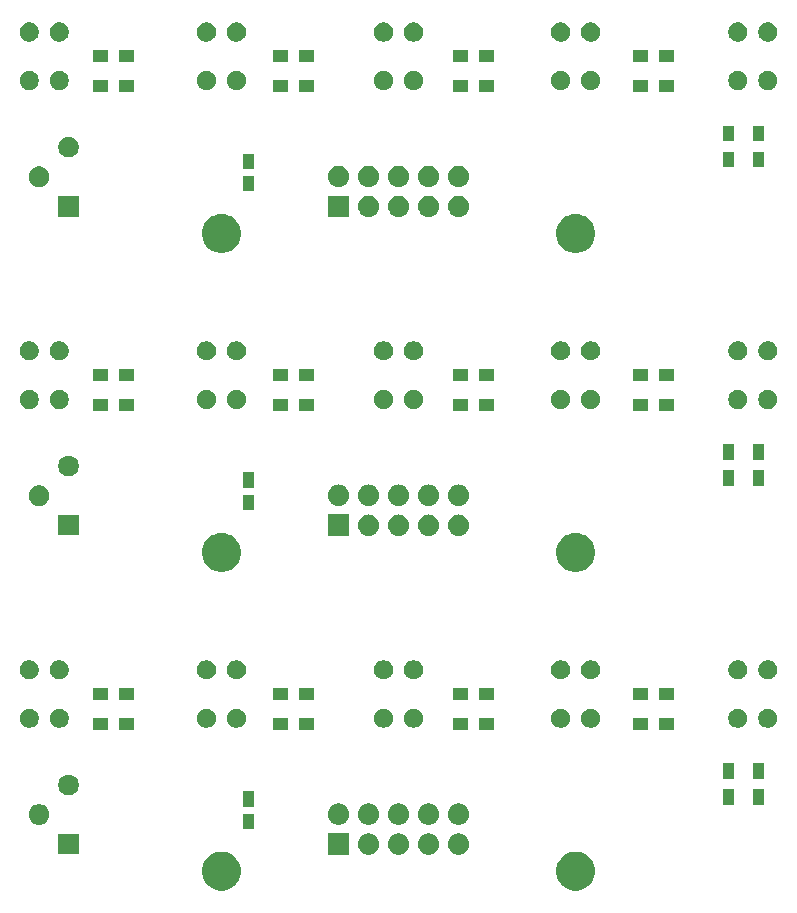
<source format=gbr>
G04 #@! TF.GenerationSoftware,KiCad,Pcbnew,(5.0.2)-1*
G04 #@! TF.CreationDate,2019-08-20T01:58:35+09:00*
G04 #@! TF.ProjectId,robocar-sensorbar-fab,726f626f-6361-4722-9d73-656e736f7262,rev?*
G04 #@! TF.SameCoordinates,Original*
G04 #@! TF.FileFunction,Soldermask,Top*
G04 #@! TF.FilePolarity,Negative*
%FSLAX46Y46*%
G04 Gerber Fmt 4.6, Leading zero omitted, Abs format (unit mm)*
G04 Created by KiCad (PCBNEW (5.0.2)-1) date 2019/08/20 1:58:35*
%MOMM*%
%LPD*%
G01*
G04 APERTURE LIST*
%ADD10C,0.100000*%
G04 APERTURE END LIST*
D10*
G36*
X163375256Y-133391298D02*
X163481579Y-133412447D01*
X163694037Y-133500450D01*
X163780932Y-133536443D01*
X163782042Y-133536903D01*
X164048852Y-133715180D01*
X164052454Y-133717587D01*
X164282413Y-133947546D01*
X164463098Y-134217960D01*
X164587553Y-134518422D01*
X164651000Y-134837389D01*
X164651000Y-135162611D01*
X164587553Y-135481578D01*
X164463098Y-135782040D01*
X164282413Y-136052454D01*
X164052454Y-136282413D01*
X164052451Y-136282415D01*
X163782042Y-136463097D01*
X163481579Y-136587553D01*
X163375256Y-136608702D01*
X163162611Y-136651000D01*
X162837389Y-136651000D01*
X162624744Y-136608702D01*
X162518421Y-136587553D01*
X162217958Y-136463097D01*
X161947549Y-136282415D01*
X161947546Y-136282413D01*
X161717587Y-136052454D01*
X161536902Y-135782040D01*
X161412447Y-135481578D01*
X161349000Y-135162611D01*
X161349000Y-134837389D01*
X161412447Y-134518422D01*
X161536902Y-134217960D01*
X161717587Y-133947546D01*
X161947546Y-133717587D01*
X161951148Y-133715180D01*
X162217958Y-133536903D01*
X162219069Y-133536443D01*
X162305963Y-133500450D01*
X162518421Y-133412447D01*
X162624744Y-133391298D01*
X162837389Y-133349000D01*
X163162611Y-133349000D01*
X163375256Y-133391298D01*
X163375256Y-133391298D01*
G37*
G36*
X133375256Y-133391298D02*
X133481579Y-133412447D01*
X133694037Y-133500450D01*
X133780932Y-133536443D01*
X133782042Y-133536903D01*
X134048852Y-133715180D01*
X134052454Y-133717587D01*
X134282413Y-133947546D01*
X134463098Y-134217960D01*
X134587553Y-134518422D01*
X134651000Y-134837389D01*
X134651000Y-135162611D01*
X134587553Y-135481578D01*
X134463098Y-135782040D01*
X134282413Y-136052454D01*
X134052454Y-136282413D01*
X134052451Y-136282415D01*
X133782042Y-136463097D01*
X133481579Y-136587553D01*
X133375256Y-136608702D01*
X133162611Y-136651000D01*
X132837389Y-136651000D01*
X132624744Y-136608702D01*
X132518421Y-136587553D01*
X132217958Y-136463097D01*
X131947549Y-136282415D01*
X131947546Y-136282413D01*
X131717587Y-136052454D01*
X131536902Y-135782040D01*
X131412447Y-135481578D01*
X131349000Y-135162611D01*
X131349000Y-134837389D01*
X131412447Y-134518422D01*
X131536902Y-134217960D01*
X131717587Y-133947546D01*
X131947546Y-133717587D01*
X131951148Y-133715180D01*
X132217958Y-133536903D01*
X132219069Y-133536443D01*
X132305963Y-133500450D01*
X132518421Y-133412447D01*
X132624744Y-133391298D01*
X132837389Y-133349000D01*
X133162611Y-133349000D01*
X133375256Y-133391298D01*
X133375256Y-133391298D01*
G37*
G36*
X145570443Y-131805519D02*
X145636627Y-131812037D01*
X145749853Y-131846384D01*
X145806467Y-131863557D01*
X145945087Y-131937652D01*
X145962991Y-131947222D01*
X145998729Y-131976552D01*
X146100186Y-132059814D01*
X146183448Y-132161271D01*
X146212778Y-132197009D01*
X146212779Y-132197011D01*
X146296443Y-132353533D01*
X146296443Y-132353534D01*
X146347963Y-132523373D01*
X146365359Y-132700000D01*
X146347963Y-132876627D01*
X146313616Y-132989853D01*
X146296443Y-133046467D01*
X146222348Y-133185087D01*
X146212778Y-133202991D01*
X146183448Y-133238729D01*
X146100186Y-133340186D01*
X146012134Y-133412447D01*
X145962991Y-133452778D01*
X145962989Y-133452779D01*
X145806467Y-133536443D01*
X145749853Y-133553616D01*
X145636627Y-133587963D01*
X145570443Y-133594481D01*
X145504260Y-133601000D01*
X145415740Y-133601000D01*
X145349557Y-133594481D01*
X145283373Y-133587963D01*
X145170147Y-133553616D01*
X145113533Y-133536443D01*
X144957011Y-133452779D01*
X144957009Y-133452778D01*
X144907866Y-133412447D01*
X144819814Y-133340186D01*
X144736552Y-133238729D01*
X144707222Y-133202991D01*
X144697652Y-133185087D01*
X144623557Y-133046467D01*
X144606384Y-132989853D01*
X144572037Y-132876627D01*
X144554641Y-132700000D01*
X144572037Y-132523373D01*
X144623557Y-132353534D01*
X144623557Y-132353533D01*
X144707221Y-132197011D01*
X144707222Y-132197009D01*
X144736552Y-132161271D01*
X144819814Y-132059814D01*
X144921271Y-131976552D01*
X144957009Y-131947222D01*
X144974913Y-131937652D01*
X145113533Y-131863557D01*
X145170147Y-131846384D01*
X145283373Y-131812037D01*
X145349557Y-131805519D01*
X145415740Y-131799000D01*
X145504260Y-131799000D01*
X145570443Y-131805519D01*
X145570443Y-131805519D01*
G37*
G36*
X143821000Y-133601000D02*
X142019000Y-133601000D01*
X142019000Y-131799000D01*
X143821000Y-131799000D01*
X143821000Y-133601000D01*
X143821000Y-133601000D01*
G37*
G36*
X148110443Y-131805519D02*
X148176627Y-131812037D01*
X148289853Y-131846384D01*
X148346467Y-131863557D01*
X148485087Y-131937652D01*
X148502991Y-131947222D01*
X148538729Y-131976552D01*
X148640186Y-132059814D01*
X148723448Y-132161271D01*
X148752778Y-132197009D01*
X148752779Y-132197011D01*
X148836443Y-132353533D01*
X148836443Y-132353534D01*
X148887963Y-132523373D01*
X148905359Y-132700000D01*
X148887963Y-132876627D01*
X148853616Y-132989853D01*
X148836443Y-133046467D01*
X148762348Y-133185087D01*
X148752778Y-133202991D01*
X148723448Y-133238729D01*
X148640186Y-133340186D01*
X148552134Y-133412447D01*
X148502991Y-133452778D01*
X148502989Y-133452779D01*
X148346467Y-133536443D01*
X148289853Y-133553616D01*
X148176627Y-133587963D01*
X148110443Y-133594481D01*
X148044260Y-133601000D01*
X147955740Y-133601000D01*
X147889557Y-133594481D01*
X147823373Y-133587963D01*
X147710147Y-133553616D01*
X147653533Y-133536443D01*
X147497011Y-133452779D01*
X147497009Y-133452778D01*
X147447866Y-133412447D01*
X147359814Y-133340186D01*
X147276552Y-133238729D01*
X147247222Y-133202991D01*
X147237652Y-133185087D01*
X147163557Y-133046467D01*
X147146384Y-132989853D01*
X147112037Y-132876627D01*
X147094641Y-132700000D01*
X147112037Y-132523373D01*
X147163557Y-132353534D01*
X147163557Y-132353533D01*
X147247221Y-132197011D01*
X147247222Y-132197009D01*
X147276552Y-132161271D01*
X147359814Y-132059814D01*
X147461271Y-131976552D01*
X147497009Y-131947222D01*
X147514913Y-131937652D01*
X147653533Y-131863557D01*
X147710147Y-131846384D01*
X147823373Y-131812037D01*
X147889557Y-131805519D01*
X147955740Y-131799000D01*
X148044260Y-131799000D01*
X148110443Y-131805519D01*
X148110443Y-131805519D01*
G37*
G36*
X150650443Y-131805519D02*
X150716627Y-131812037D01*
X150829853Y-131846384D01*
X150886467Y-131863557D01*
X151025087Y-131937652D01*
X151042991Y-131947222D01*
X151078729Y-131976552D01*
X151180186Y-132059814D01*
X151263448Y-132161271D01*
X151292778Y-132197009D01*
X151292779Y-132197011D01*
X151376443Y-132353533D01*
X151376443Y-132353534D01*
X151427963Y-132523373D01*
X151445359Y-132700000D01*
X151427963Y-132876627D01*
X151393616Y-132989853D01*
X151376443Y-133046467D01*
X151302348Y-133185087D01*
X151292778Y-133202991D01*
X151263448Y-133238729D01*
X151180186Y-133340186D01*
X151092134Y-133412447D01*
X151042991Y-133452778D01*
X151042989Y-133452779D01*
X150886467Y-133536443D01*
X150829853Y-133553616D01*
X150716627Y-133587963D01*
X150650443Y-133594481D01*
X150584260Y-133601000D01*
X150495740Y-133601000D01*
X150429557Y-133594481D01*
X150363373Y-133587963D01*
X150250147Y-133553616D01*
X150193533Y-133536443D01*
X150037011Y-133452779D01*
X150037009Y-133452778D01*
X149987866Y-133412447D01*
X149899814Y-133340186D01*
X149816552Y-133238729D01*
X149787222Y-133202991D01*
X149777652Y-133185087D01*
X149703557Y-133046467D01*
X149686384Y-132989853D01*
X149652037Y-132876627D01*
X149634641Y-132700000D01*
X149652037Y-132523373D01*
X149703557Y-132353534D01*
X149703557Y-132353533D01*
X149787221Y-132197011D01*
X149787222Y-132197009D01*
X149816552Y-132161271D01*
X149899814Y-132059814D01*
X150001271Y-131976552D01*
X150037009Y-131947222D01*
X150054913Y-131937652D01*
X150193533Y-131863557D01*
X150250147Y-131846384D01*
X150363373Y-131812037D01*
X150429557Y-131805519D01*
X150495740Y-131799000D01*
X150584260Y-131799000D01*
X150650443Y-131805519D01*
X150650443Y-131805519D01*
G37*
G36*
X153190443Y-131805519D02*
X153256627Y-131812037D01*
X153369853Y-131846384D01*
X153426467Y-131863557D01*
X153565087Y-131937652D01*
X153582991Y-131947222D01*
X153618729Y-131976552D01*
X153720186Y-132059814D01*
X153803448Y-132161271D01*
X153832778Y-132197009D01*
X153832779Y-132197011D01*
X153916443Y-132353533D01*
X153916443Y-132353534D01*
X153967963Y-132523373D01*
X153985359Y-132700000D01*
X153967963Y-132876627D01*
X153933616Y-132989853D01*
X153916443Y-133046467D01*
X153842348Y-133185087D01*
X153832778Y-133202991D01*
X153803448Y-133238729D01*
X153720186Y-133340186D01*
X153632134Y-133412447D01*
X153582991Y-133452778D01*
X153582989Y-133452779D01*
X153426467Y-133536443D01*
X153369853Y-133553616D01*
X153256627Y-133587963D01*
X153190443Y-133594481D01*
X153124260Y-133601000D01*
X153035740Y-133601000D01*
X152969557Y-133594481D01*
X152903373Y-133587963D01*
X152790147Y-133553616D01*
X152733533Y-133536443D01*
X152577011Y-133452779D01*
X152577009Y-133452778D01*
X152527866Y-133412447D01*
X152439814Y-133340186D01*
X152356552Y-133238729D01*
X152327222Y-133202991D01*
X152317652Y-133185087D01*
X152243557Y-133046467D01*
X152226384Y-132989853D01*
X152192037Y-132876627D01*
X152174641Y-132700000D01*
X152192037Y-132523373D01*
X152243557Y-132353534D01*
X152243557Y-132353533D01*
X152327221Y-132197011D01*
X152327222Y-132197009D01*
X152356552Y-132161271D01*
X152439814Y-132059814D01*
X152541271Y-131976552D01*
X152577009Y-131947222D01*
X152594913Y-131937652D01*
X152733533Y-131863557D01*
X152790147Y-131846384D01*
X152903373Y-131812037D01*
X152969557Y-131805519D01*
X153035740Y-131799000D01*
X153124260Y-131799000D01*
X153190443Y-131805519D01*
X153190443Y-131805519D01*
G37*
G36*
X120936000Y-133576000D02*
X119184000Y-133576000D01*
X119184000Y-131824000D01*
X120936000Y-131824000D01*
X120936000Y-133576000D01*
X120936000Y-133576000D01*
G37*
G36*
X135726000Y-131446000D02*
X134874000Y-131446000D01*
X134874000Y-130144000D01*
X135726000Y-130144000D01*
X135726000Y-131446000D01*
X135726000Y-131446000D01*
G37*
G36*
X117688589Y-129332416D02*
X117815520Y-129357664D01*
X117974942Y-129423699D01*
X118118418Y-129519566D01*
X118240434Y-129641582D01*
X118336301Y-129785058D01*
X118402336Y-129944480D01*
X118436000Y-130113721D01*
X118436000Y-130286279D01*
X118402336Y-130455520D01*
X118336301Y-130614942D01*
X118240434Y-130758418D01*
X118118418Y-130880434D01*
X117974942Y-130976301D01*
X117815520Y-131042336D01*
X117721689Y-131061000D01*
X117646280Y-131076000D01*
X117473720Y-131076000D01*
X117398311Y-131061000D01*
X117304480Y-131042336D01*
X117145058Y-130976301D01*
X117001582Y-130880434D01*
X116879566Y-130758418D01*
X116783699Y-130614942D01*
X116717664Y-130455520D01*
X116684000Y-130286279D01*
X116684000Y-130113721D01*
X116717664Y-129944480D01*
X116783699Y-129785058D01*
X116879566Y-129641582D01*
X117001582Y-129519566D01*
X117145058Y-129423699D01*
X117304480Y-129357664D01*
X117431411Y-129332416D01*
X117473720Y-129324000D01*
X117646280Y-129324000D01*
X117688589Y-129332416D01*
X117688589Y-129332416D01*
G37*
G36*
X148110442Y-129265518D02*
X148176627Y-129272037D01*
X148289853Y-129306384D01*
X148346467Y-129323557D01*
X148435225Y-129371000D01*
X148502991Y-129407222D01*
X148523068Y-129423699D01*
X148640186Y-129519814D01*
X148723448Y-129621271D01*
X148752778Y-129657009D01*
X148752779Y-129657011D01*
X148836443Y-129813533D01*
X148836443Y-129813534D01*
X148887963Y-129983373D01*
X148905359Y-130160000D01*
X148887963Y-130336627D01*
X148853616Y-130449853D01*
X148836443Y-130506467D01*
X148778461Y-130614942D01*
X148752778Y-130662991D01*
X148723448Y-130698729D01*
X148640186Y-130800186D01*
X148542406Y-130880431D01*
X148502991Y-130912778D01*
X148502989Y-130912779D01*
X148346467Y-130996443D01*
X148289853Y-131013616D01*
X148176627Y-131047963D01*
X148110442Y-131054482D01*
X148044260Y-131061000D01*
X147955740Y-131061000D01*
X147889558Y-131054482D01*
X147823373Y-131047963D01*
X147710147Y-131013616D01*
X147653533Y-130996443D01*
X147497011Y-130912779D01*
X147497009Y-130912778D01*
X147457594Y-130880431D01*
X147359814Y-130800186D01*
X147276552Y-130698729D01*
X147247222Y-130662991D01*
X147221539Y-130614942D01*
X147163557Y-130506467D01*
X147146384Y-130449853D01*
X147112037Y-130336627D01*
X147094641Y-130160000D01*
X147112037Y-129983373D01*
X147163557Y-129813534D01*
X147163557Y-129813533D01*
X147247221Y-129657011D01*
X147247222Y-129657009D01*
X147276552Y-129621271D01*
X147359814Y-129519814D01*
X147476932Y-129423699D01*
X147497009Y-129407222D01*
X147564775Y-129371000D01*
X147653533Y-129323557D01*
X147710147Y-129306384D01*
X147823373Y-129272037D01*
X147889558Y-129265518D01*
X147955740Y-129259000D01*
X148044260Y-129259000D01*
X148110442Y-129265518D01*
X148110442Y-129265518D01*
G37*
G36*
X143030442Y-129265518D02*
X143096627Y-129272037D01*
X143209853Y-129306384D01*
X143266467Y-129323557D01*
X143355225Y-129371000D01*
X143422991Y-129407222D01*
X143443068Y-129423699D01*
X143560186Y-129519814D01*
X143643448Y-129621271D01*
X143672778Y-129657009D01*
X143672779Y-129657011D01*
X143756443Y-129813533D01*
X143756443Y-129813534D01*
X143807963Y-129983373D01*
X143825359Y-130160000D01*
X143807963Y-130336627D01*
X143773616Y-130449853D01*
X143756443Y-130506467D01*
X143698461Y-130614942D01*
X143672778Y-130662991D01*
X143643448Y-130698729D01*
X143560186Y-130800186D01*
X143462406Y-130880431D01*
X143422991Y-130912778D01*
X143422989Y-130912779D01*
X143266467Y-130996443D01*
X143209853Y-131013616D01*
X143096627Y-131047963D01*
X143030442Y-131054482D01*
X142964260Y-131061000D01*
X142875740Y-131061000D01*
X142809558Y-131054482D01*
X142743373Y-131047963D01*
X142630147Y-131013616D01*
X142573533Y-130996443D01*
X142417011Y-130912779D01*
X142417009Y-130912778D01*
X142377594Y-130880431D01*
X142279814Y-130800186D01*
X142196552Y-130698729D01*
X142167222Y-130662991D01*
X142141539Y-130614942D01*
X142083557Y-130506467D01*
X142066384Y-130449853D01*
X142032037Y-130336627D01*
X142014641Y-130160000D01*
X142032037Y-129983373D01*
X142083557Y-129813534D01*
X142083557Y-129813533D01*
X142167221Y-129657011D01*
X142167222Y-129657009D01*
X142196552Y-129621271D01*
X142279814Y-129519814D01*
X142396932Y-129423699D01*
X142417009Y-129407222D01*
X142484775Y-129371000D01*
X142573533Y-129323557D01*
X142630147Y-129306384D01*
X142743373Y-129272037D01*
X142809558Y-129265518D01*
X142875740Y-129259000D01*
X142964260Y-129259000D01*
X143030442Y-129265518D01*
X143030442Y-129265518D01*
G37*
G36*
X145570442Y-129265518D02*
X145636627Y-129272037D01*
X145749853Y-129306384D01*
X145806467Y-129323557D01*
X145895225Y-129371000D01*
X145962991Y-129407222D01*
X145983068Y-129423699D01*
X146100186Y-129519814D01*
X146183448Y-129621271D01*
X146212778Y-129657009D01*
X146212779Y-129657011D01*
X146296443Y-129813533D01*
X146296443Y-129813534D01*
X146347963Y-129983373D01*
X146365359Y-130160000D01*
X146347963Y-130336627D01*
X146313616Y-130449853D01*
X146296443Y-130506467D01*
X146238461Y-130614942D01*
X146212778Y-130662991D01*
X146183448Y-130698729D01*
X146100186Y-130800186D01*
X146002406Y-130880431D01*
X145962991Y-130912778D01*
X145962989Y-130912779D01*
X145806467Y-130996443D01*
X145749853Y-131013616D01*
X145636627Y-131047963D01*
X145570442Y-131054482D01*
X145504260Y-131061000D01*
X145415740Y-131061000D01*
X145349558Y-131054482D01*
X145283373Y-131047963D01*
X145170147Y-131013616D01*
X145113533Y-130996443D01*
X144957011Y-130912779D01*
X144957009Y-130912778D01*
X144917594Y-130880431D01*
X144819814Y-130800186D01*
X144736552Y-130698729D01*
X144707222Y-130662991D01*
X144681539Y-130614942D01*
X144623557Y-130506467D01*
X144606384Y-130449853D01*
X144572037Y-130336627D01*
X144554641Y-130160000D01*
X144572037Y-129983373D01*
X144623557Y-129813534D01*
X144623557Y-129813533D01*
X144707221Y-129657011D01*
X144707222Y-129657009D01*
X144736552Y-129621271D01*
X144819814Y-129519814D01*
X144936932Y-129423699D01*
X144957009Y-129407222D01*
X145024775Y-129371000D01*
X145113533Y-129323557D01*
X145170147Y-129306384D01*
X145283373Y-129272037D01*
X145349558Y-129265518D01*
X145415740Y-129259000D01*
X145504260Y-129259000D01*
X145570442Y-129265518D01*
X145570442Y-129265518D01*
G37*
G36*
X150650442Y-129265518D02*
X150716627Y-129272037D01*
X150829853Y-129306384D01*
X150886467Y-129323557D01*
X150975225Y-129371000D01*
X151042991Y-129407222D01*
X151063068Y-129423699D01*
X151180186Y-129519814D01*
X151263448Y-129621271D01*
X151292778Y-129657009D01*
X151292779Y-129657011D01*
X151376443Y-129813533D01*
X151376443Y-129813534D01*
X151427963Y-129983373D01*
X151445359Y-130160000D01*
X151427963Y-130336627D01*
X151393616Y-130449853D01*
X151376443Y-130506467D01*
X151318461Y-130614942D01*
X151292778Y-130662991D01*
X151263448Y-130698729D01*
X151180186Y-130800186D01*
X151082406Y-130880431D01*
X151042991Y-130912778D01*
X151042989Y-130912779D01*
X150886467Y-130996443D01*
X150829853Y-131013616D01*
X150716627Y-131047963D01*
X150650442Y-131054482D01*
X150584260Y-131061000D01*
X150495740Y-131061000D01*
X150429558Y-131054482D01*
X150363373Y-131047963D01*
X150250147Y-131013616D01*
X150193533Y-130996443D01*
X150037011Y-130912779D01*
X150037009Y-130912778D01*
X149997594Y-130880431D01*
X149899814Y-130800186D01*
X149816552Y-130698729D01*
X149787222Y-130662991D01*
X149761539Y-130614942D01*
X149703557Y-130506467D01*
X149686384Y-130449853D01*
X149652037Y-130336627D01*
X149634641Y-130160000D01*
X149652037Y-129983373D01*
X149703557Y-129813534D01*
X149703557Y-129813533D01*
X149787221Y-129657011D01*
X149787222Y-129657009D01*
X149816552Y-129621271D01*
X149899814Y-129519814D01*
X150016932Y-129423699D01*
X150037009Y-129407222D01*
X150104775Y-129371000D01*
X150193533Y-129323557D01*
X150250147Y-129306384D01*
X150363373Y-129272037D01*
X150429558Y-129265518D01*
X150495740Y-129259000D01*
X150584260Y-129259000D01*
X150650442Y-129265518D01*
X150650442Y-129265518D01*
G37*
G36*
X153190442Y-129265518D02*
X153256627Y-129272037D01*
X153369853Y-129306384D01*
X153426467Y-129323557D01*
X153515225Y-129371000D01*
X153582991Y-129407222D01*
X153603068Y-129423699D01*
X153720186Y-129519814D01*
X153803448Y-129621271D01*
X153832778Y-129657009D01*
X153832779Y-129657011D01*
X153916443Y-129813533D01*
X153916443Y-129813534D01*
X153967963Y-129983373D01*
X153985359Y-130160000D01*
X153967963Y-130336627D01*
X153933616Y-130449853D01*
X153916443Y-130506467D01*
X153858461Y-130614942D01*
X153832778Y-130662991D01*
X153803448Y-130698729D01*
X153720186Y-130800186D01*
X153622406Y-130880431D01*
X153582991Y-130912778D01*
X153582989Y-130912779D01*
X153426467Y-130996443D01*
X153369853Y-131013616D01*
X153256627Y-131047963D01*
X153190442Y-131054482D01*
X153124260Y-131061000D01*
X153035740Y-131061000D01*
X152969558Y-131054482D01*
X152903373Y-131047963D01*
X152790147Y-131013616D01*
X152733533Y-130996443D01*
X152577011Y-130912779D01*
X152577009Y-130912778D01*
X152537594Y-130880431D01*
X152439814Y-130800186D01*
X152356552Y-130698729D01*
X152327222Y-130662991D01*
X152301539Y-130614942D01*
X152243557Y-130506467D01*
X152226384Y-130449853D01*
X152192037Y-130336627D01*
X152174641Y-130160000D01*
X152192037Y-129983373D01*
X152243557Y-129813534D01*
X152243557Y-129813533D01*
X152327221Y-129657011D01*
X152327222Y-129657009D01*
X152356552Y-129621271D01*
X152439814Y-129519814D01*
X152556932Y-129423699D01*
X152577009Y-129407222D01*
X152644775Y-129371000D01*
X152733533Y-129323557D01*
X152790147Y-129306384D01*
X152903373Y-129272037D01*
X152969558Y-129265518D01*
X153035740Y-129259000D01*
X153124260Y-129259000D01*
X153190442Y-129265518D01*
X153190442Y-129265518D01*
G37*
G36*
X135726000Y-129546000D02*
X134874000Y-129546000D01*
X134874000Y-128244000D01*
X135726000Y-128244000D01*
X135726000Y-129546000D01*
X135726000Y-129546000D01*
G37*
G36*
X176441000Y-129371000D02*
X175439000Y-129371000D01*
X175439000Y-128069000D01*
X176441000Y-128069000D01*
X176441000Y-129371000D01*
X176441000Y-129371000D01*
G37*
G36*
X178981000Y-129371000D02*
X177979000Y-129371000D01*
X177979000Y-128069000D01*
X178981000Y-128069000D01*
X178981000Y-129371000D01*
X178981000Y-129371000D01*
G37*
G36*
X120188589Y-126832416D02*
X120315520Y-126857664D01*
X120474942Y-126923699D01*
X120618418Y-127019566D01*
X120740434Y-127141582D01*
X120836301Y-127285058D01*
X120902336Y-127444480D01*
X120936000Y-127613721D01*
X120936000Y-127786279D01*
X120902336Y-127955520D01*
X120836301Y-128114942D01*
X120740434Y-128258418D01*
X120618418Y-128380434D01*
X120474942Y-128476301D01*
X120315520Y-128542336D01*
X120188589Y-128567584D01*
X120146280Y-128576000D01*
X119973720Y-128576000D01*
X119931411Y-128567584D01*
X119804480Y-128542336D01*
X119645058Y-128476301D01*
X119501582Y-128380434D01*
X119379566Y-128258418D01*
X119283699Y-128114942D01*
X119217664Y-127955520D01*
X119184000Y-127786279D01*
X119184000Y-127613721D01*
X119217664Y-127444480D01*
X119283699Y-127285058D01*
X119379566Y-127141582D01*
X119501582Y-127019566D01*
X119645058Y-126923699D01*
X119804480Y-126857664D01*
X119931411Y-126832416D01*
X119973720Y-126824000D01*
X120146280Y-126824000D01*
X120188589Y-126832416D01*
X120188589Y-126832416D01*
G37*
G36*
X176441000Y-127171000D02*
X175439000Y-127171000D01*
X175439000Y-125869000D01*
X176441000Y-125869000D01*
X176441000Y-127171000D01*
X176441000Y-127171000D01*
G37*
G36*
X178981000Y-127171000D02*
X177979000Y-127171000D01*
X177979000Y-125869000D01*
X178981000Y-125869000D01*
X178981000Y-127171000D01*
X178981000Y-127171000D01*
G37*
G36*
X156101000Y-123041000D02*
X154799000Y-123041000D01*
X154799000Y-122039000D01*
X156101000Y-122039000D01*
X156101000Y-123041000D01*
X156101000Y-123041000D01*
G37*
G36*
X169141000Y-123041000D02*
X167839000Y-123041000D01*
X167839000Y-122039000D01*
X169141000Y-122039000D01*
X169141000Y-123041000D01*
X169141000Y-123041000D01*
G37*
G36*
X171341000Y-123041000D02*
X170039000Y-123041000D01*
X170039000Y-122039000D01*
X171341000Y-122039000D01*
X171341000Y-123041000D01*
X171341000Y-123041000D01*
G37*
G36*
X123421000Y-123041000D02*
X122119000Y-123041000D01*
X122119000Y-122039000D01*
X123421000Y-122039000D01*
X123421000Y-123041000D01*
X123421000Y-123041000D01*
G37*
G36*
X140861000Y-123041000D02*
X139559000Y-123041000D01*
X139559000Y-122039000D01*
X140861000Y-122039000D01*
X140861000Y-123041000D01*
X140861000Y-123041000D01*
G37*
G36*
X138661000Y-123041000D02*
X137359000Y-123041000D01*
X137359000Y-122039000D01*
X138661000Y-122039000D01*
X138661000Y-123041000D01*
X138661000Y-123041000D01*
G37*
G36*
X153901000Y-123041000D02*
X152599000Y-123041000D01*
X152599000Y-122039000D01*
X153901000Y-122039000D01*
X153901000Y-123041000D01*
X153901000Y-123041000D01*
G37*
G36*
X125621000Y-123041000D02*
X124319000Y-123041000D01*
X124319000Y-122039000D01*
X125621000Y-122039000D01*
X125621000Y-123041000D01*
X125621000Y-123041000D01*
G37*
G36*
X149507142Y-121268241D02*
X149655102Y-121329529D01*
X149788258Y-121418501D01*
X149901498Y-121531741D01*
X149990470Y-121664897D01*
X150051758Y-121812857D01*
X150083000Y-121969924D01*
X150083000Y-122130074D01*
X150051758Y-122287141D01*
X149990470Y-122435101D01*
X149901498Y-122568257D01*
X149788258Y-122681497D01*
X149655102Y-122770469D01*
X149507142Y-122831757D01*
X149350075Y-122862999D01*
X149189925Y-122862999D01*
X149032858Y-122831757D01*
X148884898Y-122770469D01*
X148751742Y-122681497D01*
X148638502Y-122568257D01*
X148549530Y-122435101D01*
X148488242Y-122287141D01*
X148457000Y-122130074D01*
X148457000Y-121969924D01*
X148488242Y-121812857D01*
X148549530Y-121664897D01*
X148638502Y-121531741D01*
X148751742Y-121418501D01*
X148884898Y-121329529D01*
X149032858Y-121268241D01*
X149189925Y-121236999D01*
X149350075Y-121236999D01*
X149507142Y-121268241D01*
X149507142Y-121268241D01*
G37*
G36*
X131967142Y-121268241D02*
X132115102Y-121329529D01*
X132248258Y-121418501D01*
X132361498Y-121531741D01*
X132450470Y-121664897D01*
X132511758Y-121812857D01*
X132543000Y-121969924D01*
X132543000Y-122130074D01*
X132511758Y-122287141D01*
X132450470Y-122435101D01*
X132361498Y-122568257D01*
X132248258Y-122681497D01*
X132115102Y-122770469D01*
X131967142Y-122831757D01*
X131810075Y-122862999D01*
X131649925Y-122862999D01*
X131492858Y-122831757D01*
X131344898Y-122770469D01*
X131211742Y-122681497D01*
X131098502Y-122568257D01*
X131009530Y-122435101D01*
X130948242Y-122287141D01*
X130917000Y-122130074D01*
X130917000Y-121969924D01*
X130948242Y-121812857D01*
X131009530Y-121664897D01*
X131098502Y-121531741D01*
X131211742Y-121418501D01*
X131344898Y-121329529D01*
X131492858Y-121268241D01*
X131649925Y-121236999D01*
X131810075Y-121236999D01*
X131967142Y-121268241D01*
X131967142Y-121268241D01*
G37*
G36*
X116967142Y-121268241D02*
X117115102Y-121329529D01*
X117248258Y-121418501D01*
X117361498Y-121531741D01*
X117450470Y-121664897D01*
X117511758Y-121812857D01*
X117543000Y-121969924D01*
X117543000Y-122130074D01*
X117511758Y-122287141D01*
X117450470Y-122435101D01*
X117361498Y-122568257D01*
X117248258Y-122681497D01*
X117115102Y-122770469D01*
X116967142Y-122831757D01*
X116810075Y-122862999D01*
X116649925Y-122862999D01*
X116492858Y-122831757D01*
X116344898Y-122770469D01*
X116211742Y-122681497D01*
X116098502Y-122568257D01*
X116009530Y-122435101D01*
X115948242Y-122287141D01*
X115917000Y-122130074D01*
X115917000Y-121969924D01*
X115948242Y-121812857D01*
X116009530Y-121664897D01*
X116098502Y-121531741D01*
X116211742Y-121418501D01*
X116344898Y-121329529D01*
X116492858Y-121268241D01*
X116649925Y-121236999D01*
X116810075Y-121236999D01*
X116967142Y-121268241D01*
X116967142Y-121268241D01*
G37*
G36*
X119507142Y-121268241D02*
X119655102Y-121329529D01*
X119788258Y-121418501D01*
X119901498Y-121531741D01*
X119990470Y-121664897D01*
X120051758Y-121812857D01*
X120083000Y-121969924D01*
X120083000Y-122130074D01*
X120051758Y-122287141D01*
X119990470Y-122435101D01*
X119901498Y-122568257D01*
X119788258Y-122681497D01*
X119655102Y-122770469D01*
X119507142Y-122831757D01*
X119350075Y-122862999D01*
X119189925Y-122862999D01*
X119032858Y-122831757D01*
X118884898Y-122770469D01*
X118751742Y-122681497D01*
X118638502Y-122568257D01*
X118549530Y-122435101D01*
X118488242Y-122287141D01*
X118457000Y-122130074D01*
X118457000Y-121969924D01*
X118488242Y-121812857D01*
X118549530Y-121664897D01*
X118638502Y-121531741D01*
X118751742Y-121418501D01*
X118884898Y-121329529D01*
X119032858Y-121268241D01*
X119189925Y-121236999D01*
X119350075Y-121236999D01*
X119507142Y-121268241D01*
X119507142Y-121268241D01*
G37*
G36*
X146967142Y-121268241D02*
X147115102Y-121329529D01*
X147248258Y-121418501D01*
X147361498Y-121531741D01*
X147450470Y-121664897D01*
X147511758Y-121812857D01*
X147543000Y-121969924D01*
X147543000Y-122130074D01*
X147511758Y-122287141D01*
X147450470Y-122435101D01*
X147361498Y-122568257D01*
X147248258Y-122681497D01*
X147115102Y-122770469D01*
X146967142Y-122831757D01*
X146810075Y-122862999D01*
X146649925Y-122862999D01*
X146492858Y-122831757D01*
X146344898Y-122770469D01*
X146211742Y-122681497D01*
X146098502Y-122568257D01*
X146009530Y-122435101D01*
X145948242Y-122287141D01*
X145917000Y-122130074D01*
X145917000Y-121969924D01*
X145948242Y-121812857D01*
X146009530Y-121664897D01*
X146098502Y-121531741D01*
X146211742Y-121418501D01*
X146344898Y-121329529D01*
X146492858Y-121268241D01*
X146649925Y-121236999D01*
X146810075Y-121236999D01*
X146967142Y-121268241D01*
X146967142Y-121268241D01*
G37*
G36*
X134507142Y-121268241D02*
X134655102Y-121329529D01*
X134788258Y-121418501D01*
X134901498Y-121531741D01*
X134990470Y-121664897D01*
X135051758Y-121812857D01*
X135083000Y-121969924D01*
X135083000Y-122130074D01*
X135051758Y-122287141D01*
X134990470Y-122435101D01*
X134901498Y-122568257D01*
X134788258Y-122681497D01*
X134655102Y-122770469D01*
X134507142Y-122831757D01*
X134350075Y-122862999D01*
X134189925Y-122862999D01*
X134032858Y-122831757D01*
X133884898Y-122770469D01*
X133751742Y-122681497D01*
X133638502Y-122568257D01*
X133549530Y-122435101D01*
X133488242Y-122287141D01*
X133457000Y-122130074D01*
X133457000Y-121969924D01*
X133488242Y-121812857D01*
X133549530Y-121664897D01*
X133638502Y-121531741D01*
X133751742Y-121418501D01*
X133884898Y-121329529D01*
X134032858Y-121268241D01*
X134189925Y-121236999D01*
X134350075Y-121236999D01*
X134507142Y-121268241D01*
X134507142Y-121268241D01*
G37*
G36*
X179507142Y-121268241D02*
X179655102Y-121329529D01*
X179788258Y-121418501D01*
X179901498Y-121531741D01*
X179990470Y-121664897D01*
X180051758Y-121812857D01*
X180083000Y-121969924D01*
X180083000Y-122130074D01*
X180051758Y-122287141D01*
X179990470Y-122435101D01*
X179901498Y-122568257D01*
X179788258Y-122681497D01*
X179655102Y-122770469D01*
X179507142Y-122831757D01*
X179350075Y-122862999D01*
X179189925Y-122862999D01*
X179032858Y-122831757D01*
X178884898Y-122770469D01*
X178751742Y-122681497D01*
X178638502Y-122568257D01*
X178549530Y-122435101D01*
X178488242Y-122287141D01*
X178457000Y-122130074D01*
X178457000Y-121969924D01*
X178488242Y-121812857D01*
X178549530Y-121664897D01*
X178638502Y-121531741D01*
X178751742Y-121418501D01*
X178884898Y-121329529D01*
X179032858Y-121268241D01*
X179189925Y-121236999D01*
X179350075Y-121236999D01*
X179507142Y-121268241D01*
X179507142Y-121268241D01*
G37*
G36*
X164507142Y-121268241D02*
X164655102Y-121329529D01*
X164788258Y-121418501D01*
X164901498Y-121531741D01*
X164990470Y-121664897D01*
X165051758Y-121812857D01*
X165083000Y-121969924D01*
X165083000Y-122130074D01*
X165051758Y-122287141D01*
X164990470Y-122435101D01*
X164901498Y-122568257D01*
X164788258Y-122681497D01*
X164655102Y-122770469D01*
X164507142Y-122831757D01*
X164350075Y-122862999D01*
X164189925Y-122862999D01*
X164032858Y-122831757D01*
X163884898Y-122770469D01*
X163751742Y-122681497D01*
X163638502Y-122568257D01*
X163549530Y-122435101D01*
X163488242Y-122287141D01*
X163457000Y-122130074D01*
X163457000Y-121969924D01*
X163488242Y-121812857D01*
X163549530Y-121664897D01*
X163638502Y-121531741D01*
X163751742Y-121418501D01*
X163884898Y-121329529D01*
X164032858Y-121268241D01*
X164189925Y-121236999D01*
X164350075Y-121236999D01*
X164507142Y-121268241D01*
X164507142Y-121268241D01*
G37*
G36*
X176967142Y-121268241D02*
X177115102Y-121329529D01*
X177248258Y-121418501D01*
X177361498Y-121531741D01*
X177450470Y-121664897D01*
X177511758Y-121812857D01*
X177543000Y-121969924D01*
X177543000Y-122130074D01*
X177511758Y-122287141D01*
X177450470Y-122435101D01*
X177361498Y-122568257D01*
X177248258Y-122681497D01*
X177115102Y-122770469D01*
X176967142Y-122831757D01*
X176810075Y-122862999D01*
X176649925Y-122862999D01*
X176492858Y-122831757D01*
X176344898Y-122770469D01*
X176211742Y-122681497D01*
X176098502Y-122568257D01*
X176009530Y-122435101D01*
X175948242Y-122287141D01*
X175917000Y-122130074D01*
X175917000Y-121969924D01*
X175948242Y-121812857D01*
X176009530Y-121664897D01*
X176098502Y-121531741D01*
X176211742Y-121418501D01*
X176344898Y-121329529D01*
X176492858Y-121268241D01*
X176649925Y-121236999D01*
X176810075Y-121236999D01*
X176967142Y-121268241D01*
X176967142Y-121268241D01*
G37*
G36*
X161967142Y-121268241D02*
X162115102Y-121329529D01*
X162248258Y-121418501D01*
X162361498Y-121531741D01*
X162450470Y-121664897D01*
X162511758Y-121812857D01*
X162543000Y-121969924D01*
X162543000Y-122130074D01*
X162511758Y-122287141D01*
X162450470Y-122435101D01*
X162361498Y-122568257D01*
X162248258Y-122681497D01*
X162115102Y-122770469D01*
X161967142Y-122831757D01*
X161810075Y-122862999D01*
X161649925Y-122862999D01*
X161492858Y-122831757D01*
X161344898Y-122770469D01*
X161211742Y-122681497D01*
X161098502Y-122568257D01*
X161009530Y-122435101D01*
X160948242Y-122287141D01*
X160917000Y-122130074D01*
X160917000Y-121969924D01*
X160948242Y-121812857D01*
X161009530Y-121664897D01*
X161098502Y-121531741D01*
X161211742Y-121418501D01*
X161344898Y-121329529D01*
X161492858Y-121268241D01*
X161649925Y-121236999D01*
X161810075Y-121236999D01*
X161967142Y-121268241D01*
X161967142Y-121268241D01*
G37*
G36*
X125621000Y-120501000D02*
X124319000Y-120501000D01*
X124319000Y-119499000D01*
X125621000Y-119499000D01*
X125621000Y-120501000D01*
X125621000Y-120501000D01*
G37*
G36*
X171341000Y-120501000D02*
X170039000Y-120501000D01*
X170039000Y-119499000D01*
X171341000Y-119499000D01*
X171341000Y-120501000D01*
X171341000Y-120501000D01*
G37*
G36*
X169141000Y-120501000D02*
X167839000Y-120501000D01*
X167839000Y-119499000D01*
X169141000Y-119499000D01*
X169141000Y-120501000D01*
X169141000Y-120501000D01*
G37*
G36*
X153901000Y-120501000D02*
X152599000Y-120501000D01*
X152599000Y-119499000D01*
X153901000Y-119499000D01*
X153901000Y-120501000D01*
X153901000Y-120501000D01*
G37*
G36*
X138661000Y-120501000D02*
X137359000Y-120501000D01*
X137359000Y-119499000D01*
X138661000Y-119499000D01*
X138661000Y-120501000D01*
X138661000Y-120501000D01*
G37*
G36*
X140861000Y-120501000D02*
X139559000Y-120501000D01*
X139559000Y-119499000D01*
X140861000Y-119499000D01*
X140861000Y-120501000D01*
X140861000Y-120501000D01*
G37*
G36*
X123421000Y-120501000D02*
X122119000Y-120501000D01*
X122119000Y-119499000D01*
X123421000Y-119499000D01*
X123421000Y-120501000D01*
X123421000Y-120501000D01*
G37*
G36*
X156101000Y-120501000D02*
X154799000Y-120501000D01*
X154799000Y-119499000D01*
X156101000Y-119499000D01*
X156101000Y-120501000D01*
X156101000Y-120501000D01*
G37*
G36*
X134507142Y-117168242D02*
X134655102Y-117229530D01*
X134788258Y-117318502D01*
X134901498Y-117431742D01*
X134990470Y-117564898D01*
X135051758Y-117712858D01*
X135083000Y-117869925D01*
X135083000Y-118030075D01*
X135051758Y-118187142D01*
X134990470Y-118335102D01*
X134901498Y-118468258D01*
X134788258Y-118581498D01*
X134655102Y-118670470D01*
X134507142Y-118731758D01*
X134350075Y-118763000D01*
X134189925Y-118763000D01*
X134032858Y-118731758D01*
X133884898Y-118670470D01*
X133751742Y-118581498D01*
X133638502Y-118468258D01*
X133549530Y-118335102D01*
X133488242Y-118187142D01*
X133457000Y-118030075D01*
X133457000Y-117869925D01*
X133488242Y-117712858D01*
X133549530Y-117564898D01*
X133638502Y-117431742D01*
X133751742Y-117318502D01*
X133884898Y-117229530D01*
X134032858Y-117168242D01*
X134189925Y-117137000D01*
X134350075Y-117137000D01*
X134507142Y-117168242D01*
X134507142Y-117168242D01*
G37*
G36*
X131967142Y-117168242D02*
X132115102Y-117229530D01*
X132248258Y-117318502D01*
X132361498Y-117431742D01*
X132450470Y-117564898D01*
X132511758Y-117712858D01*
X132543000Y-117869925D01*
X132543000Y-118030075D01*
X132511758Y-118187142D01*
X132450470Y-118335102D01*
X132361498Y-118468258D01*
X132248258Y-118581498D01*
X132115102Y-118670470D01*
X131967142Y-118731758D01*
X131810075Y-118763000D01*
X131649925Y-118763000D01*
X131492858Y-118731758D01*
X131344898Y-118670470D01*
X131211742Y-118581498D01*
X131098502Y-118468258D01*
X131009530Y-118335102D01*
X130948242Y-118187142D01*
X130917000Y-118030075D01*
X130917000Y-117869925D01*
X130948242Y-117712858D01*
X131009530Y-117564898D01*
X131098502Y-117431742D01*
X131211742Y-117318502D01*
X131344898Y-117229530D01*
X131492858Y-117168242D01*
X131649925Y-117137000D01*
X131810075Y-117137000D01*
X131967142Y-117168242D01*
X131967142Y-117168242D01*
G37*
G36*
X161967142Y-117168242D02*
X162115102Y-117229530D01*
X162248258Y-117318502D01*
X162361498Y-117431742D01*
X162450470Y-117564898D01*
X162511758Y-117712858D01*
X162543000Y-117869925D01*
X162543000Y-118030075D01*
X162511758Y-118187142D01*
X162450470Y-118335102D01*
X162361498Y-118468258D01*
X162248258Y-118581498D01*
X162115102Y-118670470D01*
X161967142Y-118731758D01*
X161810075Y-118763000D01*
X161649925Y-118763000D01*
X161492858Y-118731758D01*
X161344898Y-118670470D01*
X161211742Y-118581498D01*
X161098502Y-118468258D01*
X161009530Y-118335102D01*
X160948242Y-118187142D01*
X160917000Y-118030075D01*
X160917000Y-117869925D01*
X160948242Y-117712858D01*
X161009530Y-117564898D01*
X161098502Y-117431742D01*
X161211742Y-117318502D01*
X161344898Y-117229530D01*
X161492858Y-117168242D01*
X161649925Y-117137000D01*
X161810075Y-117137000D01*
X161967142Y-117168242D01*
X161967142Y-117168242D01*
G37*
G36*
X164507142Y-117168242D02*
X164655102Y-117229530D01*
X164788258Y-117318502D01*
X164901498Y-117431742D01*
X164990470Y-117564898D01*
X165051758Y-117712858D01*
X165083000Y-117869925D01*
X165083000Y-118030075D01*
X165051758Y-118187142D01*
X164990470Y-118335102D01*
X164901498Y-118468258D01*
X164788258Y-118581498D01*
X164655102Y-118670470D01*
X164507142Y-118731758D01*
X164350075Y-118763000D01*
X164189925Y-118763000D01*
X164032858Y-118731758D01*
X163884898Y-118670470D01*
X163751742Y-118581498D01*
X163638502Y-118468258D01*
X163549530Y-118335102D01*
X163488242Y-118187142D01*
X163457000Y-118030075D01*
X163457000Y-117869925D01*
X163488242Y-117712858D01*
X163549530Y-117564898D01*
X163638502Y-117431742D01*
X163751742Y-117318502D01*
X163884898Y-117229530D01*
X164032858Y-117168242D01*
X164189925Y-117137000D01*
X164350075Y-117137000D01*
X164507142Y-117168242D01*
X164507142Y-117168242D01*
G37*
G36*
X116967142Y-117168242D02*
X117115102Y-117229530D01*
X117248258Y-117318502D01*
X117361498Y-117431742D01*
X117450470Y-117564898D01*
X117511758Y-117712858D01*
X117543000Y-117869925D01*
X117543000Y-118030075D01*
X117511758Y-118187142D01*
X117450470Y-118335102D01*
X117361498Y-118468258D01*
X117248258Y-118581498D01*
X117115102Y-118670470D01*
X116967142Y-118731758D01*
X116810075Y-118763000D01*
X116649925Y-118763000D01*
X116492858Y-118731758D01*
X116344898Y-118670470D01*
X116211742Y-118581498D01*
X116098502Y-118468258D01*
X116009530Y-118335102D01*
X115948242Y-118187142D01*
X115917000Y-118030075D01*
X115917000Y-117869925D01*
X115948242Y-117712858D01*
X116009530Y-117564898D01*
X116098502Y-117431742D01*
X116211742Y-117318502D01*
X116344898Y-117229530D01*
X116492858Y-117168242D01*
X116649925Y-117137000D01*
X116810075Y-117137000D01*
X116967142Y-117168242D01*
X116967142Y-117168242D01*
G37*
G36*
X119507142Y-117168242D02*
X119655102Y-117229530D01*
X119788258Y-117318502D01*
X119901498Y-117431742D01*
X119990470Y-117564898D01*
X120051758Y-117712858D01*
X120083000Y-117869925D01*
X120083000Y-118030075D01*
X120051758Y-118187142D01*
X119990470Y-118335102D01*
X119901498Y-118468258D01*
X119788258Y-118581498D01*
X119655102Y-118670470D01*
X119507142Y-118731758D01*
X119350075Y-118763000D01*
X119189925Y-118763000D01*
X119032858Y-118731758D01*
X118884898Y-118670470D01*
X118751742Y-118581498D01*
X118638502Y-118468258D01*
X118549530Y-118335102D01*
X118488242Y-118187142D01*
X118457000Y-118030075D01*
X118457000Y-117869925D01*
X118488242Y-117712858D01*
X118549530Y-117564898D01*
X118638502Y-117431742D01*
X118751742Y-117318502D01*
X118884898Y-117229530D01*
X119032858Y-117168242D01*
X119189925Y-117137000D01*
X119350075Y-117137000D01*
X119507142Y-117168242D01*
X119507142Y-117168242D01*
G37*
G36*
X146967142Y-117168242D02*
X147115102Y-117229530D01*
X147248258Y-117318502D01*
X147361498Y-117431742D01*
X147450470Y-117564898D01*
X147511758Y-117712858D01*
X147543000Y-117869925D01*
X147543000Y-118030075D01*
X147511758Y-118187142D01*
X147450470Y-118335102D01*
X147361498Y-118468258D01*
X147248258Y-118581498D01*
X147115102Y-118670470D01*
X146967142Y-118731758D01*
X146810075Y-118763000D01*
X146649925Y-118763000D01*
X146492858Y-118731758D01*
X146344898Y-118670470D01*
X146211742Y-118581498D01*
X146098502Y-118468258D01*
X146009530Y-118335102D01*
X145948242Y-118187142D01*
X145917000Y-118030075D01*
X145917000Y-117869925D01*
X145948242Y-117712858D01*
X146009530Y-117564898D01*
X146098502Y-117431742D01*
X146211742Y-117318502D01*
X146344898Y-117229530D01*
X146492858Y-117168242D01*
X146649925Y-117137000D01*
X146810075Y-117137000D01*
X146967142Y-117168242D01*
X146967142Y-117168242D01*
G37*
G36*
X149507142Y-117168242D02*
X149655102Y-117229530D01*
X149788258Y-117318502D01*
X149901498Y-117431742D01*
X149990470Y-117564898D01*
X150051758Y-117712858D01*
X150083000Y-117869925D01*
X150083000Y-118030075D01*
X150051758Y-118187142D01*
X149990470Y-118335102D01*
X149901498Y-118468258D01*
X149788258Y-118581498D01*
X149655102Y-118670470D01*
X149507142Y-118731758D01*
X149350075Y-118763000D01*
X149189925Y-118763000D01*
X149032858Y-118731758D01*
X148884898Y-118670470D01*
X148751742Y-118581498D01*
X148638502Y-118468258D01*
X148549530Y-118335102D01*
X148488242Y-118187142D01*
X148457000Y-118030075D01*
X148457000Y-117869925D01*
X148488242Y-117712858D01*
X148549530Y-117564898D01*
X148638502Y-117431742D01*
X148751742Y-117318502D01*
X148884898Y-117229530D01*
X149032858Y-117168242D01*
X149189925Y-117137000D01*
X149350075Y-117137000D01*
X149507142Y-117168242D01*
X149507142Y-117168242D01*
G37*
G36*
X176967142Y-117168242D02*
X177115102Y-117229530D01*
X177248258Y-117318502D01*
X177361498Y-117431742D01*
X177450470Y-117564898D01*
X177511758Y-117712858D01*
X177543000Y-117869925D01*
X177543000Y-118030075D01*
X177511758Y-118187142D01*
X177450470Y-118335102D01*
X177361498Y-118468258D01*
X177248258Y-118581498D01*
X177115102Y-118670470D01*
X176967142Y-118731758D01*
X176810075Y-118763000D01*
X176649925Y-118763000D01*
X176492858Y-118731758D01*
X176344898Y-118670470D01*
X176211742Y-118581498D01*
X176098502Y-118468258D01*
X176009530Y-118335102D01*
X175948242Y-118187142D01*
X175917000Y-118030075D01*
X175917000Y-117869925D01*
X175948242Y-117712858D01*
X176009530Y-117564898D01*
X176098502Y-117431742D01*
X176211742Y-117318502D01*
X176344898Y-117229530D01*
X176492858Y-117168242D01*
X176649925Y-117137000D01*
X176810075Y-117137000D01*
X176967142Y-117168242D01*
X176967142Y-117168242D01*
G37*
G36*
X179507142Y-117168242D02*
X179655102Y-117229530D01*
X179788258Y-117318502D01*
X179901498Y-117431742D01*
X179990470Y-117564898D01*
X180051758Y-117712858D01*
X180083000Y-117869925D01*
X180083000Y-118030075D01*
X180051758Y-118187142D01*
X179990470Y-118335102D01*
X179901498Y-118468258D01*
X179788258Y-118581498D01*
X179655102Y-118670470D01*
X179507142Y-118731758D01*
X179350075Y-118763000D01*
X179189925Y-118763000D01*
X179032858Y-118731758D01*
X178884898Y-118670470D01*
X178751742Y-118581498D01*
X178638502Y-118468258D01*
X178549530Y-118335102D01*
X178488242Y-118187142D01*
X178457000Y-118030075D01*
X178457000Y-117869925D01*
X178488242Y-117712858D01*
X178549530Y-117564898D01*
X178638502Y-117431742D01*
X178751742Y-117318502D01*
X178884898Y-117229530D01*
X179032858Y-117168242D01*
X179189925Y-117137000D01*
X179350075Y-117137000D01*
X179507142Y-117168242D01*
X179507142Y-117168242D01*
G37*
G36*
X163375256Y-106391298D02*
X163481579Y-106412447D01*
X163694037Y-106500450D01*
X163780932Y-106536443D01*
X163782042Y-106536903D01*
X164048852Y-106715180D01*
X164052454Y-106717587D01*
X164282413Y-106947546D01*
X164463098Y-107217960D01*
X164587553Y-107518422D01*
X164651000Y-107837389D01*
X164651000Y-108162611D01*
X164587553Y-108481578D01*
X164463098Y-108782040D01*
X164282413Y-109052454D01*
X164052454Y-109282413D01*
X164052451Y-109282415D01*
X163782042Y-109463097D01*
X163481579Y-109587553D01*
X163375256Y-109608702D01*
X163162611Y-109651000D01*
X162837389Y-109651000D01*
X162624744Y-109608702D01*
X162518421Y-109587553D01*
X162217958Y-109463097D01*
X161947549Y-109282415D01*
X161947546Y-109282413D01*
X161717587Y-109052454D01*
X161536902Y-108782040D01*
X161412447Y-108481578D01*
X161349000Y-108162611D01*
X161349000Y-107837389D01*
X161412447Y-107518422D01*
X161536902Y-107217960D01*
X161717587Y-106947546D01*
X161947546Y-106717587D01*
X161951148Y-106715180D01*
X162217958Y-106536903D01*
X162219069Y-106536443D01*
X162305963Y-106500450D01*
X162518421Y-106412447D01*
X162624744Y-106391298D01*
X162837389Y-106349000D01*
X163162611Y-106349000D01*
X163375256Y-106391298D01*
X163375256Y-106391298D01*
G37*
G36*
X133375256Y-106391298D02*
X133481579Y-106412447D01*
X133694037Y-106500450D01*
X133780932Y-106536443D01*
X133782042Y-106536903D01*
X134048852Y-106715180D01*
X134052454Y-106717587D01*
X134282413Y-106947546D01*
X134463098Y-107217960D01*
X134587553Y-107518422D01*
X134651000Y-107837389D01*
X134651000Y-108162611D01*
X134587553Y-108481578D01*
X134463098Y-108782040D01*
X134282413Y-109052454D01*
X134052454Y-109282413D01*
X134052451Y-109282415D01*
X133782042Y-109463097D01*
X133481579Y-109587553D01*
X133375256Y-109608702D01*
X133162611Y-109651000D01*
X132837389Y-109651000D01*
X132624744Y-109608702D01*
X132518421Y-109587553D01*
X132217958Y-109463097D01*
X131947549Y-109282415D01*
X131947546Y-109282413D01*
X131717587Y-109052454D01*
X131536902Y-108782040D01*
X131412447Y-108481578D01*
X131349000Y-108162611D01*
X131349000Y-107837389D01*
X131412447Y-107518422D01*
X131536902Y-107217960D01*
X131717587Y-106947546D01*
X131947546Y-106717587D01*
X131951148Y-106715180D01*
X132217958Y-106536903D01*
X132219069Y-106536443D01*
X132305963Y-106500450D01*
X132518421Y-106412447D01*
X132624744Y-106391298D01*
X132837389Y-106349000D01*
X133162611Y-106349000D01*
X133375256Y-106391298D01*
X133375256Y-106391298D01*
G37*
G36*
X150650442Y-104805518D02*
X150716627Y-104812037D01*
X150829853Y-104846384D01*
X150886467Y-104863557D01*
X151025087Y-104937652D01*
X151042991Y-104947222D01*
X151078729Y-104976552D01*
X151180186Y-105059814D01*
X151263448Y-105161271D01*
X151292778Y-105197009D01*
X151292779Y-105197011D01*
X151376443Y-105353533D01*
X151376443Y-105353534D01*
X151427963Y-105523373D01*
X151445359Y-105700000D01*
X151427963Y-105876627D01*
X151393616Y-105989853D01*
X151376443Y-106046467D01*
X151302348Y-106185087D01*
X151292778Y-106202991D01*
X151263448Y-106238729D01*
X151180186Y-106340186D01*
X151092134Y-106412447D01*
X151042991Y-106452778D01*
X151042989Y-106452779D01*
X150886467Y-106536443D01*
X150829853Y-106553616D01*
X150716627Y-106587963D01*
X150650443Y-106594481D01*
X150584260Y-106601000D01*
X150495740Y-106601000D01*
X150429557Y-106594481D01*
X150363373Y-106587963D01*
X150250147Y-106553616D01*
X150193533Y-106536443D01*
X150037011Y-106452779D01*
X150037009Y-106452778D01*
X149987866Y-106412447D01*
X149899814Y-106340186D01*
X149816552Y-106238729D01*
X149787222Y-106202991D01*
X149777652Y-106185087D01*
X149703557Y-106046467D01*
X149686384Y-105989853D01*
X149652037Y-105876627D01*
X149634641Y-105700000D01*
X149652037Y-105523373D01*
X149703557Y-105353534D01*
X149703557Y-105353533D01*
X149787221Y-105197011D01*
X149787222Y-105197009D01*
X149816552Y-105161271D01*
X149899814Y-105059814D01*
X150001271Y-104976552D01*
X150037009Y-104947222D01*
X150054913Y-104937652D01*
X150193533Y-104863557D01*
X150250147Y-104846384D01*
X150363373Y-104812037D01*
X150429558Y-104805518D01*
X150495740Y-104799000D01*
X150584260Y-104799000D01*
X150650442Y-104805518D01*
X150650442Y-104805518D01*
G37*
G36*
X153190442Y-104805518D02*
X153256627Y-104812037D01*
X153369853Y-104846384D01*
X153426467Y-104863557D01*
X153565087Y-104937652D01*
X153582991Y-104947222D01*
X153618729Y-104976552D01*
X153720186Y-105059814D01*
X153803448Y-105161271D01*
X153832778Y-105197009D01*
X153832779Y-105197011D01*
X153916443Y-105353533D01*
X153916443Y-105353534D01*
X153967963Y-105523373D01*
X153985359Y-105700000D01*
X153967963Y-105876627D01*
X153933616Y-105989853D01*
X153916443Y-106046467D01*
X153842348Y-106185087D01*
X153832778Y-106202991D01*
X153803448Y-106238729D01*
X153720186Y-106340186D01*
X153632134Y-106412447D01*
X153582991Y-106452778D01*
X153582989Y-106452779D01*
X153426467Y-106536443D01*
X153369853Y-106553616D01*
X153256627Y-106587963D01*
X153190443Y-106594481D01*
X153124260Y-106601000D01*
X153035740Y-106601000D01*
X152969557Y-106594481D01*
X152903373Y-106587963D01*
X152790147Y-106553616D01*
X152733533Y-106536443D01*
X152577011Y-106452779D01*
X152577009Y-106452778D01*
X152527866Y-106412447D01*
X152439814Y-106340186D01*
X152356552Y-106238729D01*
X152327222Y-106202991D01*
X152317652Y-106185087D01*
X152243557Y-106046467D01*
X152226384Y-105989853D01*
X152192037Y-105876627D01*
X152174641Y-105700000D01*
X152192037Y-105523373D01*
X152243557Y-105353534D01*
X152243557Y-105353533D01*
X152327221Y-105197011D01*
X152327222Y-105197009D01*
X152356552Y-105161271D01*
X152439814Y-105059814D01*
X152541271Y-104976552D01*
X152577009Y-104947222D01*
X152594913Y-104937652D01*
X152733533Y-104863557D01*
X152790147Y-104846384D01*
X152903373Y-104812037D01*
X152969558Y-104805518D01*
X153035740Y-104799000D01*
X153124260Y-104799000D01*
X153190442Y-104805518D01*
X153190442Y-104805518D01*
G37*
G36*
X145570442Y-104805518D02*
X145636627Y-104812037D01*
X145749853Y-104846384D01*
X145806467Y-104863557D01*
X145945087Y-104937652D01*
X145962991Y-104947222D01*
X145998729Y-104976552D01*
X146100186Y-105059814D01*
X146183448Y-105161271D01*
X146212778Y-105197009D01*
X146212779Y-105197011D01*
X146296443Y-105353533D01*
X146296443Y-105353534D01*
X146347963Y-105523373D01*
X146365359Y-105700000D01*
X146347963Y-105876627D01*
X146313616Y-105989853D01*
X146296443Y-106046467D01*
X146222348Y-106185087D01*
X146212778Y-106202991D01*
X146183448Y-106238729D01*
X146100186Y-106340186D01*
X146012134Y-106412447D01*
X145962991Y-106452778D01*
X145962989Y-106452779D01*
X145806467Y-106536443D01*
X145749853Y-106553616D01*
X145636627Y-106587963D01*
X145570443Y-106594481D01*
X145504260Y-106601000D01*
X145415740Y-106601000D01*
X145349557Y-106594481D01*
X145283373Y-106587963D01*
X145170147Y-106553616D01*
X145113533Y-106536443D01*
X144957011Y-106452779D01*
X144957009Y-106452778D01*
X144907866Y-106412447D01*
X144819814Y-106340186D01*
X144736552Y-106238729D01*
X144707222Y-106202991D01*
X144697652Y-106185087D01*
X144623557Y-106046467D01*
X144606384Y-105989853D01*
X144572037Y-105876627D01*
X144554641Y-105700000D01*
X144572037Y-105523373D01*
X144623557Y-105353534D01*
X144623557Y-105353533D01*
X144707221Y-105197011D01*
X144707222Y-105197009D01*
X144736552Y-105161271D01*
X144819814Y-105059814D01*
X144921271Y-104976552D01*
X144957009Y-104947222D01*
X144974913Y-104937652D01*
X145113533Y-104863557D01*
X145170147Y-104846384D01*
X145283373Y-104812037D01*
X145349558Y-104805518D01*
X145415740Y-104799000D01*
X145504260Y-104799000D01*
X145570442Y-104805518D01*
X145570442Y-104805518D01*
G37*
G36*
X148110442Y-104805518D02*
X148176627Y-104812037D01*
X148289853Y-104846384D01*
X148346467Y-104863557D01*
X148485087Y-104937652D01*
X148502991Y-104947222D01*
X148538729Y-104976552D01*
X148640186Y-105059814D01*
X148723448Y-105161271D01*
X148752778Y-105197009D01*
X148752779Y-105197011D01*
X148836443Y-105353533D01*
X148836443Y-105353534D01*
X148887963Y-105523373D01*
X148905359Y-105700000D01*
X148887963Y-105876627D01*
X148853616Y-105989853D01*
X148836443Y-106046467D01*
X148762348Y-106185087D01*
X148752778Y-106202991D01*
X148723448Y-106238729D01*
X148640186Y-106340186D01*
X148552134Y-106412447D01*
X148502991Y-106452778D01*
X148502989Y-106452779D01*
X148346467Y-106536443D01*
X148289853Y-106553616D01*
X148176627Y-106587963D01*
X148110443Y-106594481D01*
X148044260Y-106601000D01*
X147955740Y-106601000D01*
X147889557Y-106594481D01*
X147823373Y-106587963D01*
X147710147Y-106553616D01*
X147653533Y-106536443D01*
X147497011Y-106452779D01*
X147497009Y-106452778D01*
X147447866Y-106412447D01*
X147359814Y-106340186D01*
X147276552Y-106238729D01*
X147247222Y-106202991D01*
X147237652Y-106185087D01*
X147163557Y-106046467D01*
X147146384Y-105989853D01*
X147112037Y-105876627D01*
X147094641Y-105700000D01*
X147112037Y-105523373D01*
X147163557Y-105353534D01*
X147163557Y-105353533D01*
X147247221Y-105197011D01*
X147247222Y-105197009D01*
X147276552Y-105161271D01*
X147359814Y-105059814D01*
X147461271Y-104976552D01*
X147497009Y-104947222D01*
X147514913Y-104937652D01*
X147653533Y-104863557D01*
X147710147Y-104846384D01*
X147823373Y-104812037D01*
X147889558Y-104805518D01*
X147955740Y-104799000D01*
X148044260Y-104799000D01*
X148110442Y-104805518D01*
X148110442Y-104805518D01*
G37*
G36*
X143821000Y-106601000D02*
X142019000Y-106601000D01*
X142019000Y-104799000D01*
X143821000Y-104799000D01*
X143821000Y-106601000D01*
X143821000Y-106601000D01*
G37*
G36*
X120936000Y-106576000D02*
X119184000Y-106576000D01*
X119184000Y-104824000D01*
X120936000Y-104824000D01*
X120936000Y-106576000D01*
X120936000Y-106576000D01*
G37*
G36*
X135726000Y-104446000D02*
X134874000Y-104446000D01*
X134874000Y-103144000D01*
X135726000Y-103144000D01*
X135726000Y-104446000D01*
X135726000Y-104446000D01*
G37*
G36*
X117688589Y-102332416D02*
X117815520Y-102357664D01*
X117974942Y-102423699D01*
X118118418Y-102519566D01*
X118240434Y-102641582D01*
X118336301Y-102785058D01*
X118402336Y-102944480D01*
X118436000Y-103113721D01*
X118436000Y-103286279D01*
X118402336Y-103455520D01*
X118336301Y-103614942D01*
X118240434Y-103758418D01*
X118118418Y-103880434D01*
X117974942Y-103976301D01*
X117815520Y-104042336D01*
X117721689Y-104061000D01*
X117646280Y-104076000D01*
X117473720Y-104076000D01*
X117398311Y-104061000D01*
X117304480Y-104042336D01*
X117145058Y-103976301D01*
X117001582Y-103880434D01*
X116879566Y-103758418D01*
X116783699Y-103614942D01*
X116717664Y-103455520D01*
X116684000Y-103286279D01*
X116684000Y-103113721D01*
X116717664Y-102944480D01*
X116783699Y-102785058D01*
X116879566Y-102641582D01*
X117001582Y-102519566D01*
X117145058Y-102423699D01*
X117304480Y-102357664D01*
X117431411Y-102332416D01*
X117473720Y-102324000D01*
X117646280Y-102324000D01*
X117688589Y-102332416D01*
X117688589Y-102332416D01*
G37*
G36*
X153190443Y-102265519D02*
X153256627Y-102272037D01*
X153369853Y-102306384D01*
X153426467Y-102323557D01*
X153515225Y-102371000D01*
X153582991Y-102407222D01*
X153603068Y-102423699D01*
X153720186Y-102519814D01*
X153803448Y-102621271D01*
X153832778Y-102657009D01*
X153832779Y-102657011D01*
X153916443Y-102813533D01*
X153916443Y-102813534D01*
X153967963Y-102983373D01*
X153985359Y-103160000D01*
X153967963Y-103336627D01*
X153933616Y-103449853D01*
X153916443Y-103506467D01*
X153858461Y-103614942D01*
X153832778Y-103662991D01*
X153803448Y-103698729D01*
X153720186Y-103800186D01*
X153622406Y-103880431D01*
X153582991Y-103912778D01*
X153582989Y-103912779D01*
X153426467Y-103996443D01*
X153369853Y-104013616D01*
X153256627Y-104047963D01*
X153190443Y-104054481D01*
X153124260Y-104061000D01*
X153035740Y-104061000D01*
X152969557Y-104054481D01*
X152903373Y-104047963D01*
X152790147Y-104013616D01*
X152733533Y-103996443D01*
X152577011Y-103912779D01*
X152577009Y-103912778D01*
X152537594Y-103880431D01*
X152439814Y-103800186D01*
X152356552Y-103698729D01*
X152327222Y-103662991D01*
X152301539Y-103614942D01*
X152243557Y-103506467D01*
X152226384Y-103449853D01*
X152192037Y-103336627D01*
X152174641Y-103160000D01*
X152192037Y-102983373D01*
X152243557Y-102813534D01*
X152243557Y-102813533D01*
X152327221Y-102657011D01*
X152327222Y-102657009D01*
X152356552Y-102621271D01*
X152439814Y-102519814D01*
X152556932Y-102423699D01*
X152577009Y-102407222D01*
X152644775Y-102371000D01*
X152733533Y-102323557D01*
X152790147Y-102306384D01*
X152903373Y-102272037D01*
X152969557Y-102265519D01*
X153035740Y-102259000D01*
X153124260Y-102259000D01*
X153190443Y-102265519D01*
X153190443Y-102265519D01*
G37*
G36*
X150650443Y-102265519D02*
X150716627Y-102272037D01*
X150829853Y-102306384D01*
X150886467Y-102323557D01*
X150975225Y-102371000D01*
X151042991Y-102407222D01*
X151063068Y-102423699D01*
X151180186Y-102519814D01*
X151263448Y-102621271D01*
X151292778Y-102657009D01*
X151292779Y-102657011D01*
X151376443Y-102813533D01*
X151376443Y-102813534D01*
X151427963Y-102983373D01*
X151445359Y-103160000D01*
X151427963Y-103336627D01*
X151393616Y-103449853D01*
X151376443Y-103506467D01*
X151318461Y-103614942D01*
X151292778Y-103662991D01*
X151263448Y-103698729D01*
X151180186Y-103800186D01*
X151082406Y-103880431D01*
X151042991Y-103912778D01*
X151042989Y-103912779D01*
X150886467Y-103996443D01*
X150829853Y-104013616D01*
X150716627Y-104047963D01*
X150650443Y-104054481D01*
X150584260Y-104061000D01*
X150495740Y-104061000D01*
X150429557Y-104054481D01*
X150363373Y-104047963D01*
X150250147Y-104013616D01*
X150193533Y-103996443D01*
X150037011Y-103912779D01*
X150037009Y-103912778D01*
X149997594Y-103880431D01*
X149899814Y-103800186D01*
X149816552Y-103698729D01*
X149787222Y-103662991D01*
X149761539Y-103614942D01*
X149703557Y-103506467D01*
X149686384Y-103449853D01*
X149652037Y-103336627D01*
X149634641Y-103160000D01*
X149652037Y-102983373D01*
X149703557Y-102813534D01*
X149703557Y-102813533D01*
X149787221Y-102657011D01*
X149787222Y-102657009D01*
X149816552Y-102621271D01*
X149899814Y-102519814D01*
X150016932Y-102423699D01*
X150037009Y-102407222D01*
X150104775Y-102371000D01*
X150193533Y-102323557D01*
X150250147Y-102306384D01*
X150363373Y-102272037D01*
X150429557Y-102265519D01*
X150495740Y-102259000D01*
X150584260Y-102259000D01*
X150650443Y-102265519D01*
X150650443Y-102265519D01*
G37*
G36*
X148110443Y-102265519D02*
X148176627Y-102272037D01*
X148289853Y-102306384D01*
X148346467Y-102323557D01*
X148435225Y-102371000D01*
X148502991Y-102407222D01*
X148523068Y-102423699D01*
X148640186Y-102519814D01*
X148723448Y-102621271D01*
X148752778Y-102657009D01*
X148752779Y-102657011D01*
X148836443Y-102813533D01*
X148836443Y-102813534D01*
X148887963Y-102983373D01*
X148905359Y-103160000D01*
X148887963Y-103336627D01*
X148853616Y-103449853D01*
X148836443Y-103506467D01*
X148778461Y-103614942D01*
X148752778Y-103662991D01*
X148723448Y-103698729D01*
X148640186Y-103800186D01*
X148542406Y-103880431D01*
X148502991Y-103912778D01*
X148502989Y-103912779D01*
X148346467Y-103996443D01*
X148289853Y-104013616D01*
X148176627Y-104047963D01*
X148110443Y-104054481D01*
X148044260Y-104061000D01*
X147955740Y-104061000D01*
X147889557Y-104054481D01*
X147823373Y-104047963D01*
X147710147Y-104013616D01*
X147653533Y-103996443D01*
X147497011Y-103912779D01*
X147497009Y-103912778D01*
X147457594Y-103880431D01*
X147359814Y-103800186D01*
X147276552Y-103698729D01*
X147247222Y-103662991D01*
X147221539Y-103614942D01*
X147163557Y-103506467D01*
X147146384Y-103449853D01*
X147112037Y-103336627D01*
X147094641Y-103160000D01*
X147112037Y-102983373D01*
X147163557Y-102813534D01*
X147163557Y-102813533D01*
X147247221Y-102657011D01*
X147247222Y-102657009D01*
X147276552Y-102621271D01*
X147359814Y-102519814D01*
X147476932Y-102423699D01*
X147497009Y-102407222D01*
X147564775Y-102371000D01*
X147653533Y-102323557D01*
X147710147Y-102306384D01*
X147823373Y-102272037D01*
X147889557Y-102265519D01*
X147955740Y-102259000D01*
X148044260Y-102259000D01*
X148110443Y-102265519D01*
X148110443Y-102265519D01*
G37*
G36*
X143030443Y-102265519D02*
X143096627Y-102272037D01*
X143209853Y-102306384D01*
X143266467Y-102323557D01*
X143355225Y-102371000D01*
X143422991Y-102407222D01*
X143443068Y-102423699D01*
X143560186Y-102519814D01*
X143643448Y-102621271D01*
X143672778Y-102657009D01*
X143672779Y-102657011D01*
X143756443Y-102813533D01*
X143756443Y-102813534D01*
X143807963Y-102983373D01*
X143825359Y-103160000D01*
X143807963Y-103336627D01*
X143773616Y-103449853D01*
X143756443Y-103506467D01*
X143698461Y-103614942D01*
X143672778Y-103662991D01*
X143643448Y-103698729D01*
X143560186Y-103800186D01*
X143462406Y-103880431D01*
X143422991Y-103912778D01*
X143422989Y-103912779D01*
X143266467Y-103996443D01*
X143209853Y-104013616D01*
X143096627Y-104047963D01*
X143030443Y-104054481D01*
X142964260Y-104061000D01*
X142875740Y-104061000D01*
X142809557Y-104054481D01*
X142743373Y-104047963D01*
X142630147Y-104013616D01*
X142573533Y-103996443D01*
X142417011Y-103912779D01*
X142417009Y-103912778D01*
X142377594Y-103880431D01*
X142279814Y-103800186D01*
X142196552Y-103698729D01*
X142167222Y-103662991D01*
X142141539Y-103614942D01*
X142083557Y-103506467D01*
X142066384Y-103449853D01*
X142032037Y-103336627D01*
X142014641Y-103160000D01*
X142032037Y-102983373D01*
X142083557Y-102813534D01*
X142083557Y-102813533D01*
X142167221Y-102657011D01*
X142167222Y-102657009D01*
X142196552Y-102621271D01*
X142279814Y-102519814D01*
X142396932Y-102423699D01*
X142417009Y-102407222D01*
X142484775Y-102371000D01*
X142573533Y-102323557D01*
X142630147Y-102306384D01*
X142743373Y-102272037D01*
X142809557Y-102265519D01*
X142875740Y-102259000D01*
X142964260Y-102259000D01*
X143030443Y-102265519D01*
X143030443Y-102265519D01*
G37*
G36*
X145570443Y-102265519D02*
X145636627Y-102272037D01*
X145749853Y-102306384D01*
X145806467Y-102323557D01*
X145895225Y-102371000D01*
X145962991Y-102407222D01*
X145983068Y-102423699D01*
X146100186Y-102519814D01*
X146183448Y-102621271D01*
X146212778Y-102657009D01*
X146212779Y-102657011D01*
X146296443Y-102813533D01*
X146296443Y-102813534D01*
X146347963Y-102983373D01*
X146365359Y-103160000D01*
X146347963Y-103336627D01*
X146313616Y-103449853D01*
X146296443Y-103506467D01*
X146238461Y-103614942D01*
X146212778Y-103662991D01*
X146183448Y-103698729D01*
X146100186Y-103800186D01*
X146002406Y-103880431D01*
X145962991Y-103912778D01*
X145962989Y-103912779D01*
X145806467Y-103996443D01*
X145749853Y-104013616D01*
X145636627Y-104047963D01*
X145570443Y-104054481D01*
X145504260Y-104061000D01*
X145415740Y-104061000D01*
X145349557Y-104054481D01*
X145283373Y-104047963D01*
X145170147Y-104013616D01*
X145113533Y-103996443D01*
X144957011Y-103912779D01*
X144957009Y-103912778D01*
X144917594Y-103880431D01*
X144819814Y-103800186D01*
X144736552Y-103698729D01*
X144707222Y-103662991D01*
X144681539Y-103614942D01*
X144623557Y-103506467D01*
X144606384Y-103449853D01*
X144572037Y-103336627D01*
X144554641Y-103160000D01*
X144572037Y-102983373D01*
X144623557Y-102813534D01*
X144623557Y-102813533D01*
X144707221Y-102657011D01*
X144707222Y-102657009D01*
X144736552Y-102621271D01*
X144819814Y-102519814D01*
X144936932Y-102423699D01*
X144957009Y-102407222D01*
X145024775Y-102371000D01*
X145113533Y-102323557D01*
X145170147Y-102306384D01*
X145283373Y-102272037D01*
X145349557Y-102265519D01*
X145415740Y-102259000D01*
X145504260Y-102259000D01*
X145570443Y-102265519D01*
X145570443Y-102265519D01*
G37*
G36*
X135726000Y-102546000D02*
X134874000Y-102546000D01*
X134874000Y-101244000D01*
X135726000Y-101244000D01*
X135726000Y-102546000D01*
X135726000Y-102546000D01*
G37*
G36*
X178981000Y-102371000D02*
X177979000Y-102371000D01*
X177979000Y-101069000D01*
X178981000Y-101069000D01*
X178981000Y-102371000D01*
X178981000Y-102371000D01*
G37*
G36*
X176441000Y-102371000D02*
X175439000Y-102371000D01*
X175439000Y-101069000D01*
X176441000Y-101069000D01*
X176441000Y-102371000D01*
X176441000Y-102371000D01*
G37*
G36*
X120188589Y-99832416D02*
X120315520Y-99857664D01*
X120474942Y-99923699D01*
X120618418Y-100019566D01*
X120740434Y-100141582D01*
X120836301Y-100285058D01*
X120902336Y-100444480D01*
X120936000Y-100613721D01*
X120936000Y-100786279D01*
X120902336Y-100955520D01*
X120836301Y-101114942D01*
X120740434Y-101258418D01*
X120618418Y-101380434D01*
X120474942Y-101476301D01*
X120315520Y-101542336D01*
X120188589Y-101567584D01*
X120146280Y-101576000D01*
X119973720Y-101576000D01*
X119931411Y-101567584D01*
X119804480Y-101542336D01*
X119645058Y-101476301D01*
X119501582Y-101380434D01*
X119379566Y-101258418D01*
X119283699Y-101114942D01*
X119217664Y-100955520D01*
X119184000Y-100786279D01*
X119184000Y-100613721D01*
X119217664Y-100444480D01*
X119283699Y-100285058D01*
X119379566Y-100141582D01*
X119501582Y-100019566D01*
X119645058Y-99923699D01*
X119804480Y-99857664D01*
X119931411Y-99832416D01*
X119973720Y-99824000D01*
X120146280Y-99824000D01*
X120188589Y-99832416D01*
X120188589Y-99832416D01*
G37*
G36*
X178981000Y-100171000D02*
X177979000Y-100171000D01*
X177979000Y-98869000D01*
X178981000Y-98869000D01*
X178981000Y-100171000D01*
X178981000Y-100171000D01*
G37*
G36*
X176441000Y-100171000D02*
X175439000Y-100171000D01*
X175439000Y-98869000D01*
X176441000Y-98869000D01*
X176441000Y-100171000D01*
X176441000Y-100171000D01*
G37*
G36*
X153901000Y-96041000D02*
X152599000Y-96041000D01*
X152599000Y-95039000D01*
X153901000Y-95039000D01*
X153901000Y-96041000D01*
X153901000Y-96041000D01*
G37*
G36*
X140861000Y-96041000D02*
X139559000Y-96041000D01*
X139559000Y-95039000D01*
X140861000Y-95039000D01*
X140861000Y-96041000D01*
X140861000Y-96041000D01*
G37*
G36*
X138661000Y-96041000D02*
X137359000Y-96041000D01*
X137359000Y-95039000D01*
X138661000Y-95039000D01*
X138661000Y-96041000D01*
X138661000Y-96041000D01*
G37*
G36*
X125621000Y-96041000D02*
X124319000Y-96041000D01*
X124319000Y-95039000D01*
X125621000Y-95039000D01*
X125621000Y-96041000D01*
X125621000Y-96041000D01*
G37*
G36*
X156101000Y-96041000D02*
X154799000Y-96041000D01*
X154799000Y-95039000D01*
X156101000Y-95039000D01*
X156101000Y-96041000D01*
X156101000Y-96041000D01*
G37*
G36*
X123421000Y-96041000D02*
X122119000Y-96041000D01*
X122119000Y-95039000D01*
X123421000Y-95039000D01*
X123421000Y-96041000D01*
X123421000Y-96041000D01*
G37*
G36*
X171341000Y-96041000D02*
X170039000Y-96041000D01*
X170039000Y-95039000D01*
X171341000Y-95039000D01*
X171341000Y-96041000D01*
X171341000Y-96041000D01*
G37*
G36*
X169141000Y-96041000D02*
X167839000Y-96041000D01*
X167839000Y-95039000D01*
X169141000Y-95039000D01*
X169141000Y-96041000D01*
X169141000Y-96041000D01*
G37*
G36*
X116967142Y-94268241D02*
X117115102Y-94329529D01*
X117248258Y-94418501D01*
X117361498Y-94531741D01*
X117450470Y-94664897D01*
X117511758Y-94812857D01*
X117543000Y-94969924D01*
X117543000Y-95130074D01*
X117511758Y-95287141D01*
X117450470Y-95435101D01*
X117361498Y-95568257D01*
X117248258Y-95681497D01*
X117115102Y-95770469D01*
X116967142Y-95831757D01*
X116810075Y-95862999D01*
X116649925Y-95862999D01*
X116492858Y-95831757D01*
X116344898Y-95770469D01*
X116211742Y-95681497D01*
X116098502Y-95568257D01*
X116009530Y-95435101D01*
X115948242Y-95287141D01*
X115917000Y-95130074D01*
X115917000Y-94969924D01*
X115948242Y-94812857D01*
X116009530Y-94664897D01*
X116098502Y-94531741D01*
X116211742Y-94418501D01*
X116344898Y-94329529D01*
X116492858Y-94268241D01*
X116649925Y-94236999D01*
X116810075Y-94236999D01*
X116967142Y-94268241D01*
X116967142Y-94268241D01*
G37*
G36*
X179507142Y-94268241D02*
X179655102Y-94329529D01*
X179788258Y-94418501D01*
X179901498Y-94531741D01*
X179990470Y-94664897D01*
X180051758Y-94812857D01*
X180083000Y-94969924D01*
X180083000Y-95130074D01*
X180051758Y-95287141D01*
X179990470Y-95435101D01*
X179901498Y-95568257D01*
X179788258Y-95681497D01*
X179655102Y-95770469D01*
X179507142Y-95831757D01*
X179350075Y-95862999D01*
X179189925Y-95862999D01*
X179032858Y-95831757D01*
X178884898Y-95770469D01*
X178751742Y-95681497D01*
X178638502Y-95568257D01*
X178549530Y-95435101D01*
X178488242Y-95287141D01*
X178457000Y-95130074D01*
X178457000Y-94969924D01*
X178488242Y-94812857D01*
X178549530Y-94664897D01*
X178638502Y-94531741D01*
X178751742Y-94418501D01*
X178884898Y-94329529D01*
X179032858Y-94268241D01*
X179189925Y-94236999D01*
X179350075Y-94236999D01*
X179507142Y-94268241D01*
X179507142Y-94268241D01*
G37*
G36*
X119507142Y-94268241D02*
X119655102Y-94329529D01*
X119788258Y-94418501D01*
X119901498Y-94531741D01*
X119990470Y-94664897D01*
X120051758Y-94812857D01*
X120083000Y-94969924D01*
X120083000Y-95130074D01*
X120051758Y-95287141D01*
X119990470Y-95435101D01*
X119901498Y-95568257D01*
X119788258Y-95681497D01*
X119655102Y-95770469D01*
X119507142Y-95831757D01*
X119350075Y-95862999D01*
X119189925Y-95862999D01*
X119032858Y-95831757D01*
X118884898Y-95770469D01*
X118751742Y-95681497D01*
X118638502Y-95568257D01*
X118549530Y-95435101D01*
X118488242Y-95287141D01*
X118457000Y-95130074D01*
X118457000Y-94969924D01*
X118488242Y-94812857D01*
X118549530Y-94664897D01*
X118638502Y-94531741D01*
X118751742Y-94418501D01*
X118884898Y-94329529D01*
X119032858Y-94268241D01*
X119189925Y-94236999D01*
X119350075Y-94236999D01*
X119507142Y-94268241D01*
X119507142Y-94268241D01*
G37*
G36*
X131967142Y-94268241D02*
X132115102Y-94329529D01*
X132248258Y-94418501D01*
X132361498Y-94531741D01*
X132450470Y-94664897D01*
X132511758Y-94812857D01*
X132543000Y-94969924D01*
X132543000Y-95130074D01*
X132511758Y-95287141D01*
X132450470Y-95435101D01*
X132361498Y-95568257D01*
X132248258Y-95681497D01*
X132115102Y-95770469D01*
X131967142Y-95831757D01*
X131810075Y-95862999D01*
X131649925Y-95862999D01*
X131492858Y-95831757D01*
X131344898Y-95770469D01*
X131211742Y-95681497D01*
X131098502Y-95568257D01*
X131009530Y-95435101D01*
X130948242Y-95287141D01*
X130917000Y-95130074D01*
X130917000Y-94969924D01*
X130948242Y-94812857D01*
X131009530Y-94664897D01*
X131098502Y-94531741D01*
X131211742Y-94418501D01*
X131344898Y-94329529D01*
X131492858Y-94268241D01*
X131649925Y-94236999D01*
X131810075Y-94236999D01*
X131967142Y-94268241D01*
X131967142Y-94268241D01*
G37*
G36*
X134507142Y-94268241D02*
X134655102Y-94329529D01*
X134788258Y-94418501D01*
X134901498Y-94531741D01*
X134990470Y-94664897D01*
X135051758Y-94812857D01*
X135083000Y-94969924D01*
X135083000Y-95130074D01*
X135051758Y-95287141D01*
X134990470Y-95435101D01*
X134901498Y-95568257D01*
X134788258Y-95681497D01*
X134655102Y-95770469D01*
X134507142Y-95831757D01*
X134350075Y-95862999D01*
X134189925Y-95862999D01*
X134032858Y-95831757D01*
X133884898Y-95770469D01*
X133751742Y-95681497D01*
X133638502Y-95568257D01*
X133549530Y-95435101D01*
X133488242Y-95287141D01*
X133457000Y-95130074D01*
X133457000Y-94969924D01*
X133488242Y-94812857D01*
X133549530Y-94664897D01*
X133638502Y-94531741D01*
X133751742Y-94418501D01*
X133884898Y-94329529D01*
X134032858Y-94268241D01*
X134189925Y-94236999D01*
X134350075Y-94236999D01*
X134507142Y-94268241D01*
X134507142Y-94268241D01*
G37*
G36*
X149507142Y-94268241D02*
X149655102Y-94329529D01*
X149788258Y-94418501D01*
X149901498Y-94531741D01*
X149990470Y-94664897D01*
X150051758Y-94812857D01*
X150083000Y-94969924D01*
X150083000Y-95130074D01*
X150051758Y-95287141D01*
X149990470Y-95435101D01*
X149901498Y-95568257D01*
X149788258Y-95681497D01*
X149655102Y-95770469D01*
X149507142Y-95831757D01*
X149350075Y-95862999D01*
X149189925Y-95862999D01*
X149032858Y-95831757D01*
X148884898Y-95770469D01*
X148751742Y-95681497D01*
X148638502Y-95568257D01*
X148549530Y-95435101D01*
X148488242Y-95287141D01*
X148457000Y-95130074D01*
X148457000Y-94969924D01*
X148488242Y-94812857D01*
X148549530Y-94664897D01*
X148638502Y-94531741D01*
X148751742Y-94418501D01*
X148884898Y-94329529D01*
X149032858Y-94268241D01*
X149189925Y-94236999D01*
X149350075Y-94236999D01*
X149507142Y-94268241D01*
X149507142Y-94268241D01*
G37*
G36*
X146967142Y-94268241D02*
X147115102Y-94329529D01*
X147248258Y-94418501D01*
X147361498Y-94531741D01*
X147450470Y-94664897D01*
X147511758Y-94812857D01*
X147543000Y-94969924D01*
X147543000Y-95130074D01*
X147511758Y-95287141D01*
X147450470Y-95435101D01*
X147361498Y-95568257D01*
X147248258Y-95681497D01*
X147115102Y-95770469D01*
X146967142Y-95831757D01*
X146810075Y-95862999D01*
X146649925Y-95862999D01*
X146492858Y-95831757D01*
X146344898Y-95770469D01*
X146211742Y-95681497D01*
X146098502Y-95568257D01*
X146009530Y-95435101D01*
X145948242Y-95287141D01*
X145917000Y-95130074D01*
X145917000Y-94969924D01*
X145948242Y-94812857D01*
X146009530Y-94664897D01*
X146098502Y-94531741D01*
X146211742Y-94418501D01*
X146344898Y-94329529D01*
X146492858Y-94268241D01*
X146649925Y-94236999D01*
X146810075Y-94236999D01*
X146967142Y-94268241D01*
X146967142Y-94268241D01*
G37*
G36*
X161967142Y-94268241D02*
X162115102Y-94329529D01*
X162248258Y-94418501D01*
X162361498Y-94531741D01*
X162450470Y-94664897D01*
X162511758Y-94812857D01*
X162543000Y-94969924D01*
X162543000Y-95130074D01*
X162511758Y-95287141D01*
X162450470Y-95435101D01*
X162361498Y-95568257D01*
X162248258Y-95681497D01*
X162115102Y-95770469D01*
X161967142Y-95831757D01*
X161810075Y-95862999D01*
X161649925Y-95862999D01*
X161492858Y-95831757D01*
X161344898Y-95770469D01*
X161211742Y-95681497D01*
X161098502Y-95568257D01*
X161009530Y-95435101D01*
X160948242Y-95287141D01*
X160917000Y-95130074D01*
X160917000Y-94969924D01*
X160948242Y-94812857D01*
X161009530Y-94664897D01*
X161098502Y-94531741D01*
X161211742Y-94418501D01*
X161344898Y-94329529D01*
X161492858Y-94268241D01*
X161649925Y-94236999D01*
X161810075Y-94236999D01*
X161967142Y-94268241D01*
X161967142Y-94268241D01*
G37*
G36*
X164507142Y-94268241D02*
X164655102Y-94329529D01*
X164788258Y-94418501D01*
X164901498Y-94531741D01*
X164990470Y-94664897D01*
X165051758Y-94812857D01*
X165083000Y-94969924D01*
X165083000Y-95130074D01*
X165051758Y-95287141D01*
X164990470Y-95435101D01*
X164901498Y-95568257D01*
X164788258Y-95681497D01*
X164655102Y-95770469D01*
X164507142Y-95831757D01*
X164350075Y-95862999D01*
X164189925Y-95862999D01*
X164032858Y-95831757D01*
X163884898Y-95770469D01*
X163751742Y-95681497D01*
X163638502Y-95568257D01*
X163549530Y-95435101D01*
X163488242Y-95287141D01*
X163457000Y-95130074D01*
X163457000Y-94969924D01*
X163488242Y-94812857D01*
X163549530Y-94664897D01*
X163638502Y-94531741D01*
X163751742Y-94418501D01*
X163884898Y-94329529D01*
X164032858Y-94268241D01*
X164189925Y-94236999D01*
X164350075Y-94236999D01*
X164507142Y-94268241D01*
X164507142Y-94268241D01*
G37*
G36*
X176967142Y-94268241D02*
X177115102Y-94329529D01*
X177248258Y-94418501D01*
X177361498Y-94531741D01*
X177450470Y-94664897D01*
X177511758Y-94812857D01*
X177543000Y-94969924D01*
X177543000Y-95130074D01*
X177511758Y-95287141D01*
X177450470Y-95435101D01*
X177361498Y-95568257D01*
X177248258Y-95681497D01*
X177115102Y-95770469D01*
X176967142Y-95831757D01*
X176810075Y-95862999D01*
X176649925Y-95862999D01*
X176492858Y-95831757D01*
X176344898Y-95770469D01*
X176211742Y-95681497D01*
X176098502Y-95568257D01*
X176009530Y-95435101D01*
X175948242Y-95287141D01*
X175917000Y-95130074D01*
X175917000Y-94969924D01*
X175948242Y-94812857D01*
X176009530Y-94664897D01*
X176098502Y-94531741D01*
X176211742Y-94418501D01*
X176344898Y-94329529D01*
X176492858Y-94268241D01*
X176649925Y-94236999D01*
X176810075Y-94236999D01*
X176967142Y-94268241D01*
X176967142Y-94268241D01*
G37*
G36*
X123421000Y-93501000D02*
X122119000Y-93501000D01*
X122119000Y-92499000D01*
X123421000Y-92499000D01*
X123421000Y-93501000D01*
X123421000Y-93501000D01*
G37*
G36*
X156101000Y-93501000D02*
X154799000Y-93501000D01*
X154799000Y-92499000D01*
X156101000Y-92499000D01*
X156101000Y-93501000D01*
X156101000Y-93501000D01*
G37*
G36*
X153901000Y-93501000D02*
X152599000Y-93501000D01*
X152599000Y-92499000D01*
X153901000Y-92499000D01*
X153901000Y-93501000D01*
X153901000Y-93501000D01*
G37*
G36*
X140861000Y-93501000D02*
X139559000Y-93501000D01*
X139559000Y-92499000D01*
X140861000Y-92499000D01*
X140861000Y-93501000D01*
X140861000Y-93501000D01*
G37*
G36*
X171341000Y-93501000D02*
X170039000Y-93501000D01*
X170039000Y-92499000D01*
X171341000Y-92499000D01*
X171341000Y-93501000D01*
X171341000Y-93501000D01*
G37*
G36*
X169141000Y-93501000D02*
X167839000Y-93501000D01*
X167839000Y-92499000D01*
X169141000Y-92499000D01*
X169141000Y-93501000D01*
X169141000Y-93501000D01*
G37*
G36*
X125621000Y-93501000D02*
X124319000Y-93501000D01*
X124319000Y-92499000D01*
X125621000Y-92499000D01*
X125621000Y-93501000D01*
X125621000Y-93501000D01*
G37*
G36*
X138661000Y-93501000D02*
X137359000Y-93501000D01*
X137359000Y-92499000D01*
X138661000Y-92499000D01*
X138661000Y-93501000D01*
X138661000Y-93501000D01*
G37*
G36*
X146967142Y-90168242D02*
X147115102Y-90229530D01*
X147248258Y-90318502D01*
X147361498Y-90431742D01*
X147450470Y-90564898D01*
X147511758Y-90712858D01*
X147543000Y-90869925D01*
X147543000Y-91030075D01*
X147511758Y-91187142D01*
X147450470Y-91335102D01*
X147361498Y-91468258D01*
X147248258Y-91581498D01*
X147115102Y-91670470D01*
X146967142Y-91731758D01*
X146810075Y-91763000D01*
X146649925Y-91763000D01*
X146492858Y-91731758D01*
X146344898Y-91670470D01*
X146211742Y-91581498D01*
X146098502Y-91468258D01*
X146009530Y-91335102D01*
X145948242Y-91187142D01*
X145917000Y-91030075D01*
X145917000Y-90869925D01*
X145948242Y-90712858D01*
X146009530Y-90564898D01*
X146098502Y-90431742D01*
X146211742Y-90318502D01*
X146344898Y-90229530D01*
X146492858Y-90168242D01*
X146649925Y-90137000D01*
X146810075Y-90137000D01*
X146967142Y-90168242D01*
X146967142Y-90168242D01*
G37*
G36*
X119507142Y-90168242D02*
X119655102Y-90229530D01*
X119788258Y-90318502D01*
X119901498Y-90431742D01*
X119990470Y-90564898D01*
X120051758Y-90712858D01*
X120083000Y-90869925D01*
X120083000Y-91030075D01*
X120051758Y-91187142D01*
X119990470Y-91335102D01*
X119901498Y-91468258D01*
X119788258Y-91581498D01*
X119655102Y-91670470D01*
X119507142Y-91731758D01*
X119350075Y-91763000D01*
X119189925Y-91763000D01*
X119032858Y-91731758D01*
X118884898Y-91670470D01*
X118751742Y-91581498D01*
X118638502Y-91468258D01*
X118549530Y-91335102D01*
X118488242Y-91187142D01*
X118457000Y-91030075D01*
X118457000Y-90869925D01*
X118488242Y-90712858D01*
X118549530Y-90564898D01*
X118638502Y-90431742D01*
X118751742Y-90318502D01*
X118884898Y-90229530D01*
X119032858Y-90168242D01*
X119189925Y-90137000D01*
X119350075Y-90137000D01*
X119507142Y-90168242D01*
X119507142Y-90168242D01*
G37*
G36*
X131967142Y-90168242D02*
X132115102Y-90229530D01*
X132248258Y-90318502D01*
X132361498Y-90431742D01*
X132450470Y-90564898D01*
X132511758Y-90712858D01*
X132543000Y-90869925D01*
X132543000Y-91030075D01*
X132511758Y-91187142D01*
X132450470Y-91335102D01*
X132361498Y-91468258D01*
X132248258Y-91581498D01*
X132115102Y-91670470D01*
X131967142Y-91731758D01*
X131810075Y-91763000D01*
X131649925Y-91763000D01*
X131492858Y-91731758D01*
X131344898Y-91670470D01*
X131211742Y-91581498D01*
X131098502Y-91468258D01*
X131009530Y-91335102D01*
X130948242Y-91187142D01*
X130917000Y-91030075D01*
X130917000Y-90869925D01*
X130948242Y-90712858D01*
X131009530Y-90564898D01*
X131098502Y-90431742D01*
X131211742Y-90318502D01*
X131344898Y-90229530D01*
X131492858Y-90168242D01*
X131649925Y-90137000D01*
X131810075Y-90137000D01*
X131967142Y-90168242D01*
X131967142Y-90168242D01*
G37*
G36*
X134507142Y-90168242D02*
X134655102Y-90229530D01*
X134788258Y-90318502D01*
X134901498Y-90431742D01*
X134990470Y-90564898D01*
X135051758Y-90712858D01*
X135083000Y-90869925D01*
X135083000Y-91030075D01*
X135051758Y-91187142D01*
X134990470Y-91335102D01*
X134901498Y-91468258D01*
X134788258Y-91581498D01*
X134655102Y-91670470D01*
X134507142Y-91731758D01*
X134350075Y-91763000D01*
X134189925Y-91763000D01*
X134032858Y-91731758D01*
X133884898Y-91670470D01*
X133751742Y-91581498D01*
X133638502Y-91468258D01*
X133549530Y-91335102D01*
X133488242Y-91187142D01*
X133457000Y-91030075D01*
X133457000Y-90869925D01*
X133488242Y-90712858D01*
X133549530Y-90564898D01*
X133638502Y-90431742D01*
X133751742Y-90318502D01*
X133884898Y-90229530D01*
X134032858Y-90168242D01*
X134189925Y-90137000D01*
X134350075Y-90137000D01*
X134507142Y-90168242D01*
X134507142Y-90168242D01*
G37*
G36*
X161967142Y-90168242D02*
X162115102Y-90229530D01*
X162248258Y-90318502D01*
X162361498Y-90431742D01*
X162450470Y-90564898D01*
X162511758Y-90712858D01*
X162543000Y-90869925D01*
X162543000Y-91030075D01*
X162511758Y-91187142D01*
X162450470Y-91335102D01*
X162361498Y-91468258D01*
X162248258Y-91581498D01*
X162115102Y-91670470D01*
X161967142Y-91731758D01*
X161810075Y-91763000D01*
X161649925Y-91763000D01*
X161492858Y-91731758D01*
X161344898Y-91670470D01*
X161211742Y-91581498D01*
X161098502Y-91468258D01*
X161009530Y-91335102D01*
X160948242Y-91187142D01*
X160917000Y-91030075D01*
X160917000Y-90869925D01*
X160948242Y-90712858D01*
X161009530Y-90564898D01*
X161098502Y-90431742D01*
X161211742Y-90318502D01*
X161344898Y-90229530D01*
X161492858Y-90168242D01*
X161649925Y-90137000D01*
X161810075Y-90137000D01*
X161967142Y-90168242D01*
X161967142Y-90168242D01*
G37*
G36*
X116967142Y-90168242D02*
X117115102Y-90229530D01*
X117248258Y-90318502D01*
X117361498Y-90431742D01*
X117450470Y-90564898D01*
X117511758Y-90712858D01*
X117543000Y-90869925D01*
X117543000Y-91030075D01*
X117511758Y-91187142D01*
X117450470Y-91335102D01*
X117361498Y-91468258D01*
X117248258Y-91581498D01*
X117115102Y-91670470D01*
X116967142Y-91731758D01*
X116810075Y-91763000D01*
X116649925Y-91763000D01*
X116492858Y-91731758D01*
X116344898Y-91670470D01*
X116211742Y-91581498D01*
X116098502Y-91468258D01*
X116009530Y-91335102D01*
X115948242Y-91187142D01*
X115917000Y-91030075D01*
X115917000Y-90869925D01*
X115948242Y-90712858D01*
X116009530Y-90564898D01*
X116098502Y-90431742D01*
X116211742Y-90318502D01*
X116344898Y-90229530D01*
X116492858Y-90168242D01*
X116649925Y-90137000D01*
X116810075Y-90137000D01*
X116967142Y-90168242D01*
X116967142Y-90168242D01*
G37*
G36*
X176967142Y-90168242D02*
X177115102Y-90229530D01*
X177248258Y-90318502D01*
X177361498Y-90431742D01*
X177450470Y-90564898D01*
X177511758Y-90712858D01*
X177543000Y-90869925D01*
X177543000Y-91030075D01*
X177511758Y-91187142D01*
X177450470Y-91335102D01*
X177361498Y-91468258D01*
X177248258Y-91581498D01*
X177115102Y-91670470D01*
X176967142Y-91731758D01*
X176810075Y-91763000D01*
X176649925Y-91763000D01*
X176492858Y-91731758D01*
X176344898Y-91670470D01*
X176211742Y-91581498D01*
X176098502Y-91468258D01*
X176009530Y-91335102D01*
X175948242Y-91187142D01*
X175917000Y-91030075D01*
X175917000Y-90869925D01*
X175948242Y-90712858D01*
X176009530Y-90564898D01*
X176098502Y-90431742D01*
X176211742Y-90318502D01*
X176344898Y-90229530D01*
X176492858Y-90168242D01*
X176649925Y-90137000D01*
X176810075Y-90137000D01*
X176967142Y-90168242D01*
X176967142Y-90168242D01*
G37*
G36*
X149507142Y-90168242D02*
X149655102Y-90229530D01*
X149788258Y-90318502D01*
X149901498Y-90431742D01*
X149990470Y-90564898D01*
X150051758Y-90712858D01*
X150083000Y-90869925D01*
X150083000Y-91030075D01*
X150051758Y-91187142D01*
X149990470Y-91335102D01*
X149901498Y-91468258D01*
X149788258Y-91581498D01*
X149655102Y-91670470D01*
X149507142Y-91731758D01*
X149350075Y-91763000D01*
X149189925Y-91763000D01*
X149032858Y-91731758D01*
X148884898Y-91670470D01*
X148751742Y-91581498D01*
X148638502Y-91468258D01*
X148549530Y-91335102D01*
X148488242Y-91187142D01*
X148457000Y-91030075D01*
X148457000Y-90869925D01*
X148488242Y-90712858D01*
X148549530Y-90564898D01*
X148638502Y-90431742D01*
X148751742Y-90318502D01*
X148884898Y-90229530D01*
X149032858Y-90168242D01*
X149189925Y-90137000D01*
X149350075Y-90137000D01*
X149507142Y-90168242D01*
X149507142Y-90168242D01*
G37*
G36*
X179507142Y-90168242D02*
X179655102Y-90229530D01*
X179788258Y-90318502D01*
X179901498Y-90431742D01*
X179990470Y-90564898D01*
X180051758Y-90712858D01*
X180083000Y-90869925D01*
X180083000Y-91030075D01*
X180051758Y-91187142D01*
X179990470Y-91335102D01*
X179901498Y-91468258D01*
X179788258Y-91581498D01*
X179655102Y-91670470D01*
X179507142Y-91731758D01*
X179350075Y-91763000D01*
X179189925Y-91763000D01*
X179032858Y-91731758D01*
X178884898Y-91670470D01*
X178751742Y-91581498D01*
X178638502Y-91468258D01*
X178549530Y-91335102D01*
X178488242Y-91187142D01*
X178457000Y-91030075D01*
X178457000Y-90869925D01*
X178488242Y-90712858D01*
X178549530Y-90564898D01*
X178638502Y-90431742D01*
X178751742Y-90318502D01*
X178884898Y-90229530D01*
X179032858Y-90168242D01*
X179189925Y-90137000D01*
X179350075Y-90137000D01*
X179507142Y-90168242D01*
X179507142Y-90168242D01*
G37*
G36*
X164507142Y-90168242D02*
X164655102Y-90229530D01*
X164788258Y-90318502D01*
X164901498Y-90431742D01*
X164990470Y-90564898D01*
X165051758Y-90712858D01*
X165083000Y-90869925D01*
X165083000Y-91030075D01*
X165051758Y-91187142D01*
X164990470Y-91335102D01*
X164901498Y-91468258D01*
X164788258Y-91581498D01*
X164655102Y-91670470D01*
X164507142Y-91731758D01*
X164350075Y-91763000D01*
X164189925Y-91763000D01*
X164032858Y-91731758D01*
X163884898Y-91670470D01*
X163751742Y-91581498D01*
X163638502Y-91468258D01*
X163549530Y-91335102D01*
X163488242Y-91187142D01*
X163457000Y-91030075D01*
X163457000Y-90869925D01*
X163488242Y-90712858D01*
X163549530Y-90564898D01*
X163638502Y-90431742D01*
X163751742Y-90318502D01*
X163884898Y-90229530D01*
X164032858Y-90168242D01*
X164189925Y-90137000D01*
X164350075Y-90137000D01*
X164507142Y-90168242D01*
X164507142Y-90168242D01*
G37*
G36*
X163375256Y-79391298D02*
X163481579Y-79412447D01*
X163694037Y-79500450D01*
X163780932Y-79536443D01*
X163782042Y-79536903D01*
X164048852Y-79715180D01*
X164052454Y-79717587D01*
X164282413Y-79947546D01*
X164463098Y-80217960D01*
X164587553Y-80518422D01*
X164651000Y-80837389D01*
X164651000Y-81162611D01*
X164587553Y-81481578D01*
X164463098Y-81782040D01*
X164282413Y-82052454D01*
X164052454Y-82282413D01*
X164052451Y-82282415D01*
X163782042Y-82463097D01*
X163481579Y-82587553D01*
X163375256Y-82608702D01*
X163162611Y-82651000D01*
X162837389Y-82651000D01*
X162624744Y-82608702D01*
X162518421Y-82587553D01*
X162217958Y-82463097D01*
X161947549Y-82282415D01*
X161947546Y-82282413D01*
X161717587Y-82052454D01*
X161536902Y-81782040D01*
X161412447Y-81481578D01*
X161349000Y-81162611D01*
X161349000Y-80837389D01*
X161412447Y-80518422D01*
X161536902Y-80217960D01*
X161717587Y-79947546D01*
X161947546Y-79717587D01*
X161951148Y-79715180D01*
X162217958Y-79536903D01*
X162219069Y-79536443D01*
X162305963Y-79500450D01*
X162518421Y-79412447D01*
X162624744Y-79391298D01*
X162837389Y-79349000D01*
X163162611Y-79349000D01*
X163375256Y-79391298D01*
X163375256Y-79391298D01*
G37*
G36*
X133375256Y-79391298D02*
X133481579Y-79412447D01*
X133694037Y-79500450D01*
X133780932Y-79536443D01*
X133782042Y-79536903D01*
X134048852Y-79715180D01*
X134052454Y-79717587D01*
X134282413Y-79947546D01*
X134463098Y-80217960D01*
X134587553Y-80518422D01*
X134651000Y-80837389D01*
X134651000Y-81162611D01*
X134587553Y-81481578D01*
X134463098Y-81782040D01*
X134282413Y-82052454D01*
X134052454Y-82282413D01*
X134052451Y-82282415D01*
X133782042Y-82463097D01*
X133481579Y-82587553D01*
X133375256Y-82608702D01*
X133162611Y-82651000D01*
X132837389Y-82651000D01*
X132624744Y-82608702D01*
X132518421Y-82587553D01*
X132217958Y-82463097D01*
X131947549Y-82282415D01*
X131947546Y-82282413D01*
X131717587Y-82052454D01*
X131536902Y-81782040D01*
X131412447Y-81481578D01*
X131349000Y-81162611D01*
X131349000Y-80837389D01*
X131412447Y-80518422D01*
X131536902Y-80217960D01*
X131717587Y-79947546D01*
X131947546Y-79717587D01*
X131951148Y-79715180D01*
X132217958Y-79536903D01*
X132219069Y-79536443D01*
X132305963Y-79500450D01*
X132518421Y-79412447D01*
X132624744Y-79391298D01*
X132837389Y-79349000D01*
X133162611Y-79349000D01*
X133375256Y-79391298D01*
X133375256Y-79391298D01*
G37*
G36*
X148110443Y-77805519D02*
X148176627Y-77812037D01*
X148289853Y-77846384D01*
X148346467Y-77863557D01*
X148485087Y-77937652D01*
X148502991Y-77947222D01*
X148538729Y-77976552D01*
X148640186Y-78059814D01*
X148723448Y-78161271D01*
X148752778Y-78197009D01*
X148752779Y-78197011D01*
X148836443Y-78353533D01*
X148836443Y-78353534D01*
X148887963Y-78523373D01*
X148905359Y-78700000D01*
X148887963Y-78876627D01*
X148853616Y-78989853D01*
X148836443Y-79046467D01*
X148762348Y-79185087D01*
X148752778Y-79202991D01*
X148723448Y-79238729D01*
X148640186Y-79340186D01*
X148552134Y-79412447D01*
X148502991Y-79452778D01*
X148502989Y-79452779D01*
X148346467Y-79536443D01*
X148289853Y-79553616D01*
X148176627Y-79587963D01*
X148110442Y-79594482D01*
X148044260Y-79601000D01*
X147955740Y-79601000D01*
X147889558Y-79594482D01*
X147823373Y-79587963D01*
X147710147Y-79553616D01*
X147653533Y-79536443D01*
X147497011Y-79452779D01*
X147497009Y-79452778D01*
X147447866Y-79412447D01*
X147359814Y-79340186D01*
X147276552Y-79238729D01*
X147247222Y-79202991D01*
X147237652Y-79185087D01*
X147163557Y-79046467D01*
X147146384Y-78989853D01*
X147112037Y-78876627D01*
X147094641Y-78700000D01*
X147112037Y-78523373D01*
X147163557Y-78353534D01*
X147163557Y-78353533D01*
X147247221Y-78197011D01*
X147247222Y-78197009D01*
X147276552Y-78161271D01*
X147359814Y-78059814D01*
X147461271Y-77976552D01*
X147497009Y-77947222D01*
X147514913Y-77937652D01*
X147653533Y-77863557D01*
X147710147Y-77846384D01*
X147823373Y-77812037D01*
X147889557Y-77805519D01*
X147955740Y-77799000D01*
X148044260Y-77799000D01*
X148110443Y-77805519D01*
X148110443Y-77805519D01*
G37*
G36*
X145570443Y-77805519D02*
X145636627Y-77812037D01*
X145749853Y-77846384D01*
X145806467Y-77863557D01*
X145945087Y-77937652D01*
X145962991Y-77947222D01*
X145998729Y-77976552D01*
X146100186Y-78059814D01*
X146183448Y-78161271D01*
X146212778Y-78197009D01*
X146212779Y-78197011D01*
X146296443Y-78353533D01*
X146296443Y-78353534D01*
X146347963Y-78523373D01*
X146365359Y-78700000D01*
X146347963Y-78876627D01*
X146313616Y-78989853D01*
X146296443Y-79046467D01*
X146222348Y-79185087D01*
X146212778Y-79202991D01*
X146183448Y-79238729D01*
X146100186Y-79340186D01*
X146012134Y-79412447D01*
X145962991Y-79452778D01*
X145962989Y-79452779D01*
X145806467Y-79536443D01*
X145749853Y-79553616D01*
X145636627Y-79587963D01*
X145570442Y-79594482D01*
X145504260Y-79601000D01*
X145415740Y-79601000D01*
X145349558Y-79594482D01*
X145283373Y-79587963D01*
X145170147Y-79553616D01*
X145113533Y-79536443D01*
X144957011Y-79452779D01*
X144957009Y-79452778D01*
X144907866Y-79412447D01*
X144819814Y-79340186D01*
X144736552Y-79238729D01*
X144707222Y-79202991D01*
X144697652Y-79185087D01*
X144623557Y-79046467D01*
X144606384Y-78989853D01*
X144572037Y-78876627D01*
X144554641Y-78700000D01*
X144572037Y-78523373D01*
X144623557Y-78353534D01*
X144623557Y-78353533D01*
X144707221Y-78197011D01*
X144707222Y-78197009D01*
X144736552Y-78161271D01*
X144819814Y-78059814D01*
X144921271Y-77976552D01*
X144957009Y-77947222D01*
X144974913Y-77937652D01*
X145113533Y-77863557D01*
X145170147Y-77846384D01*
X145283373Y-77812037D01*
X145349557Y-77805519D01*
X145415740Y-77799000D01*
X145504260Y-77799000D01*
X145570443Y-77805519D01*
X145570443Y-77805519D01*
G37*
G36*
X143821000Y-79601000D02*
X142019000Y-79601000D01*
X142019000Y-77799000D01*
X143821000Y-77799000D01*
X143821000Y-79601000D01*
X143821000Y-79601000D01*
G37*
G36*
X150650443Y-77805519D02*
X150716627Y-77812037D01*
X150829853Y-77846384D01*
X150886467Y-77863557D01*
X151025087Y-77937652D01*
X151042991Y-77947222D01*
X151078729Y-77976552D01*
X151180186Y-78059814D01*
X151263448Y-78161271D01*
X151292778Y-78197009D01*
X151292779Y-78197011D01*
X151376443Y-78353533D01*
X151376443Y-78353534D01*
X151427963Y-78523373D01*
X151445359Y-78700000D01*
X151427963Y-78876627D01*
X151393616Y-78989853D01*
X151376443Y-79046467D01*
X151302348Y-79185087D01*
X151292778Y-79202991D01*
X151263448Y-79238729D01*
X151180186Y-79340186D01*
X151092134Y-79412447D01*
X151042991Y-79452778D01*
X151042989Y-79452779D01*
X150886467Y-79536443D01*
X150829853Y-79553616D01*
X150716627Y-79587963D01*
X150650442Y-79594482D01*
X150584260Y-79601000D01*
X150495740Y-79601000D01*
X150429558Y-79594482D01*
X150363373Y-79587963D01*
X150250147Y-79553616D01*
X150193533Y-79536443D01*
X150037011Y-79452779D01*
X150037009Y-79452778D01*
X149987866Y-79412447D01*
X149899814Y-79340186D01*
X149816552Y-79238729D01*
X149787222Y-79202991D01*
X149777652Y-79185087D01*
X149703557Y-79046467D01*
X149686384Y-78989853D01*
X149652037Y-78876627D01*
X149634641Y-78700000D01*
X149652037Y-78523373D01*
X149703557Y-78353534D01*
X149703557Y-78353533D01*
X149787221Y-78197011D01*
X149787222Y-78197009D01*
X149816552Y-78161271D01*
X149899814Y-78059814D01*
X150001271Y-77976552D01*
X150037009Y-77947222D01*
X150054913Y-77937652D01*
X150193533Y-77863557D01*
X150250147Y-77846384D01*
X150363373Y-77812037D01*
X150429557Y-77805519D01*
X150495740Y-77799000D01*
X150584260Y-77799000D01*
X150650443Y-77805519D01*
X150650443Y-77805519D01*
G37*
G36*
X153190443Y-77805519D02*
X153256627Y-77812037D01*
X153369853Y-77846384D01*
X153426467Y-77863557D01*
X153565087Y-77937652D01*
X153582991Y-77947222D01*
X153618729Y-77976552D01*
X153720186Y-78059814D01*
X153803448Y-78161271D01*
X153832778Y-78197009D01*
X153832779Y-78197011D01*
X153916443Y-78353533D01*
X153916443Y-78353534D01*
X153967963Y-78523373D01*
X153985359Y-78700000D01*
X153967963Y-78876627D01*
X153933616Y-78989853D01*
X153916443Y-79046467D01*
X153842348Y-79185087D01*
X153832778Y-79202991D01*
X153803448Y-79238729D01*
X153720186Y-79340186D01*
X153632134Y-79412447D01*
X153582991Y-79452778D01*
X153582989Y-79452779D01*
X153426467Y-79536443D01*
X153369853Y-79553616D01*
X153256627Y-79587963D01*
X153190442Y-79594482D01*
X153124260Y-79601000D01*
X153035740Y-79601000D01*
X152969558Y-79594482D01*
X152903373Y-79587963D01*
X152790147Y-79553616D01*
X152733533Y-79536443D01*
X152577011Y-79452779D01*
X152577009Y-79452778D01*
X152527866Y-79412447D01*
X152439814Y-79340186D01*
X152356552Y-79238729D01*
X152327222Y-79202991D01*
X152317652Y-79185087D01*
X152243557Y-79046467D01*
X152226384Y-78989853D01*
X152192037Y-78876627D01*
X152174641Y-78700000D01*
X152192037Y-78523373D01*
X152243557Y-78353534D01*
X152243557Y-78353533D01*
X152327221Y-78197011D01*
X152327222Y-78197009D01*
X152356552Y-78161271D01*
X152439814Y-78059814D01*
X152541271Y-77976552D01*
X152577009Y-77947222D01*
X152594913Y-77937652D01*
X152733533Y-77863557D01*
X152790147Y-77846384D01*
X152903373Y-77812037D01*
X152969557Y-77805519D01*
X153035740Y-77799000D01*
X153124260Y-77799000D01*
X153190443Y-77805519D01*
X153190443Y-77805519D01*
G37*
G36*
X120936000Y-79576000D02*
X119184000Y-79576000D01*
X119184000Y-77824000D01*
X120936000Y-77824000D01*
X120936000Y-79576000D01*
X120936000Y-79576000D01*
G37*
G36*
X135726000Y-77446000D02*
X134874000Y-77446000D01*
X134874000Y-76144000D01*
X135726000Y-76144000D01*
X135726000Y-77446000D01*
X135726000Y-77446000D01*
G37*
G36*
X117688589Y-75332416D02*
X117815520Y-75357664D01*
X117974942Y-75423699D01*
X118118418Y-75519566D01*
X118240434Y-75641582D01*
X118336301Y-75785058D01*
X118402336Y-75944480D01*
X118436000Y-76113721D01*
X118436000Y-76286279D01*
X118402336Y-76455520D01*
X118336301Y-76614942D01*
X118240434Y-76758418D01*
X118118418Y-76880434D01*
X117974942Y-76976301D01*
X117815520Y-77042336D01*
X117721689Y-77061000D01*
X117646280Y-77076000D01*
X117473720Y-77076000D01*
X117398311Y-77061000D01*
X117304480Y-77042336D01*
X117145058Y-76976301D01*
X117001582Y-76880434D01*
X116879566Y-76758418D01*
X116783699Y-76614942D01*
X116717664Y-76455520D01*
X116684000Y-76286279D01*
X116684000Y-76113721D01*
X116717664Y-75944480D01*
X116783699Y-75785058D01*
X116879566Y-75641582D01*
X117001582Y-75519566D01*
X117145058Y-75423699D01*
X117304480Y-75357664D01*
X117431411Y-75332416D01*
X117473720Y-75324000D01*
X117646280Y-75324000D01*
X117688589Y-75332416D01*
X117688589Y-75332416D01*
G37*
G36*
X143030442Y-75265518D02*
X143096627Y-75272037D01*
X143209853Y-75306384D01*
X143266467Y-75323557D01*
X143355225Y-75371000D01*
X143422991Y-75407222D01*
X143443068Y-75423699D01*
X143560186Y-75519814D01*
X143643448Y-75621271D01*
X143672778Y-75657009D01*
X143672779Y-75657011D01*
X143756443Y-75813533D01*
X143756443Y-75813534D01*
X143807963Y-75983373D01*
X143825359Y-76160000D01*
X143807963Y-76336627D01*
X143773616Y-76449853D01*
X143756443Y-76506467D01*
X143698461Y-76614942D01*
X143672778Y-76662991D01*
X143643448Y-76698729D01*
X143560186Y-76800186D01*
X143462406Y-76880431D01*
X143422991Y-76912778D01*
X143422989Y-76912779D01*
X143266467Y-76996443D01*
X143209853Y-77013616D01*
X143096627Y-77047963D01*
X143030443Y-77054481D01*
X142964260Y-77061000D01*
X142875740Y-77061000D01*
X142809557Y-77054481D01*
X142743373Y-77047963D01*
X142630147Y-77013616D01*
X142573533Y-76996443D01*
X142417011Y-76912779D01*
X142417009Y-76912778D01*
X142377594Y-76880431D01*
X142279814Y-76800186D01*
X142196552Y-76698729D01*
X142167222Y-76662991D01*
X142141539Y-76614942D01*
X142083557Y-76506467D01*
X142066384Y-76449853D01*
X142032037Y-76336627D01*
X142014641Y-76160000D01*
X142032037Y-75983373D01*
X142083557Y-75813534D01*
X142083557Y-75813533D01*
X142167221Y-75657011D01*
X142167222Y-75657009D01*
X142196552Y-75621271D01*
X142279814Y-75519814D01*
X142396932Y-75423699D01*
X142417009Y-75407222D01*
X142484775Y-75371000D01*
X142573533Y-75323557D01*
X142630147Y-75306384D01*
X142743373Y-75272037D01*
X142809558Y-75265518D01*
X142875740Y-75259000D01*
X142964260Y-75259000D01*
X143030442Y-75265518D01*
X143030442Y-75265518D01*
G37*
G36*
X145570442Y-75265518D02*
X145636627Y-75272037D01*
X145749853Y-75306384D01*
X145806467Y-75323557D01*
X145895225Y-75371000D01*
X145962991Y-75407222D01*
X145983068Y-75423699D01*
X146100186Y-75519814D01*
X146183448Y-75621271D01*
X146212778Y-75657009D01*
X146212779Y-75657011D01*
X146296443Y-75813533D01*
X146296443Y-75813534D01*
X146347963Y-75983373D01*
X146365359Y-76160000D01*
X146347963Y-76336627D01*
X146313616Y-76449853D01*
X146296443Y-76506467D01*
X146238461Y-76614942D01*
X146212778Y-76662991D01*
X146183448Y-76698729D01*
X146100186Y-76800186D01*
X146002406Y-76880431D01*
X145962991Y-76912778D01*
X145962989Y-76912779D01*
X145806467Y-76996443D01*
X145749853Y-77013616D01*
X145636627Y-77047963D01*
X145570443Y-77054481D01*
X145504260Y-77061000D01*
X145415740Y-77061000D01*
X145349557Y-77054481D01*
X145283373Y-77047963D01*
X145170147Y-77013616D01*
X145113533Y-76996443D01*
X144957011Y-76912779D01*
X144957009Y-76912778D01*
X144917594Y-76880431D01*
X144819814Y-76800186D01*
X144736552Y-76698729D01*
X144707222Y-76662991D01*
X144681539Y-76614942D01*
X144623557Y-76506467D01*
X144606384Y-76449853D01*
X144572037Y-76336627D01*
X144554641Y-76160000D01*
X144572037Y-75983373D01*
X144623557Y-75813534D01*
X144623557Y-75813533D01*
X144707221Y-75657011D01*
X144707222Y-75657009D01*
X144736552Y-75621271D01*
X144819814Y-75519814D01*
X144936932Y-75423699D01*
X144957009Y-75407222D01*
X145024775Y-75371000D01*
X145113533Y-75323557D01*
X145170147Y-75306384D01*
X145283373Y-75272037D01*
X145349558Y-75265518D01*
X145415740Y-75259000D01*
X145504260Y-75259000D01*
X145570442Y-75265518D01*
X145570442Y-75265518D01*
G37*
G36*
X148110442Y-75265518D02*
X148176627Y-75272037D01*
X148289853Y-75306384D01*
X148346467Y-75323557D01*
X148435225Y-75371000D01*
X148502991Y-75407222D01*
X148523068Y-75423699D01*
X148640186Y-75519814D01*
X148723448Y-75621271D01*
X148752778Y-75657009D01*
X148752779Y-75657011D01*
X148836443Y-75813533D01*
X148836443Y-75813534D01*
X148887963Y-75983373D01*
X148905359Y-76160000D01*
X148887963Y-76336627D01*
X148853616Y-76449853D01*
X148836443Y-76506467D01*
X148778461Y-76614942D01*
X148752778Y-76662991D01*
X148723448Y-76698729D01*
X148640186Y-76800186D01*
X148542406Y-76880431D01*
X148502991Y-76912778D01*
X148502989Y-76912779D01*
X148346467Y-76996443D01*
X148289853Y-77013616D01*
X148176627Y-77047963D01*
X148110443Y-77054481D01*
X148044260Y-77061000D01*
X147955740Y-77061000D01*
X147889557Y-77054481D01*
X147823373Y-77047963D01*
X147710147Y-77013616D01*
X147653533Y-76996443D01*
X147497011Y-76912779D01*
X147497009Y-76912778D01*
X147457594Y-76880431D01*
X147359814Y-76800186D01*
X147276552Y-76698729D01*
X147247222Y-76662991D01*
X147221539Y-76614942D01*
X147163557Y-76506467D01*
X147146384Y-76449853D01*
X147112037Y-76336627D01*
X147094641Y-76160000D01*
X147112037Y-75983373D01*
X147163557Y-75813534D01*
X147163557Y-75813533D01*
X147247221Y-75657011D01*
X147247222Y-75657009D01*
X147276552Y-75621271D01*
X147359814Y-75519814D01*
X147476932Y-75423699D01*
X147497009Y-75407222D01*
X147564775Y-75371000D01*
X147653533Y-75323557D01*
X147710147Y-75306384D01*
X147823373Y-75272037D01*
X147889558Y-75265518D01*
X147955740Y-75259000D01*
X148044260Y-75259000D01*
X148110442Y-75265518D01*
X148110442Y-75265518D01*
G37*
G36*
X153190442Y-75265518D02*
X153256627Y-75272037D01*
X153369853Y-75306384D01*
X153426467Y-75323557D01*
X153515225Y-75371000D01*
X153582991Y-75407222D01*
X153603068Y-75423699D01*
X153720186Y-75519814D01*
X153803448Y-75621271D01*
X153832778Y-75657009D01*
X153832779Y-75657011D01*
X153916443Y-75813533D01*
X153916443Y-75813534D01*
X153967963Y-75983373D01*
X153985359Y-76160000D01*
X153967963Y-76336627D01*
X153933616Y-76449853D01*
X153916443Y-76506467D01*
X153858461Y-76614942D01*
X153832778Y-76662991D01*
X153803448Y-76698729D01*
X153720186Y-76800186D01*
X153622406Y-76880431D01*
X153582991Y-76912778D01*
X153582989Y-76912779D01*
X153426467Y-76996443D01*
X153369853Y-77013616D01*
X153256627Y-77047963D01*
X153190443Y-77054481D01*
X153124260Y-77061000D01*
X153035740Y-77061000D01*
X152969557Y-77054481D01*
X152903373Y-77047963D01*
X152790147Y-77013616D01*
X152733533Y-76996443D01*
X152577011Y-76912779D01*
X152577009Y-76912778D01*
X152537594Y-76880431D01*
X152439814Y-76800186D01*
X152356552Y-76698729D01*
X152327222Y-76662991D01*
X152301539Y-76614942D01*
X152243557Y-76506467D01*
X152226384Y-76449853D01*
X152192037Y-76336627D01*
X152174641Y-76160000D01*
X152192037Y-75983373D01*
X152243557Y-75813534D01*
X152243557Y-75813533D01*
X152327221Y-75657011D01*
X152327222Y-75657009D01*
X152356552Y-75621271D01*
X152439814Y-75519814D01*
X152556932Y-75423699D01*
X152577009Y-75407222D01*
X152644775Y-75371000D01*
X152733533Y-75323557D01*
X152790147Y-75306384D01*
X152903373Y-75272037D01*
X152969558Y-75265518D01*
X153035740Y-75259000D01*
X153124260Y-75259000D01*
X153190442Y-75265518D01*
X153190442Y-75265518D01*
G37*
G36*
X150650442Y-75265518D02*
X150716627Y-75272037D01*
X150829853Y-75306384D01*
X150886467Y-75323557D01*
X150975225Y-75371000D01*
X151042991Y-75407222D01*
X151063068Y-75423699D01*
X151180186Y-75519814D01*
X151263448Y-75621271D01*
X151292778Y-75657009D01*
X151292779Y-75657011D01*
X151376443Y-75813533D01*
X151376443Y-75813534D01*
X151427963Y-75983373D01*
X151445359Y-76160000D01*
X151427963Y-76336627D01*
X151393616Y-76449853D01*
X151376443Y-76506467D01*
X151318461Y-76614942D01*
X151292778Y-76662991D01*
X151263448Y-76698729D01*
X151180186Y-76800186D01*
X151082406Y-76880431D01*
X151042991Y-76912778D01*
X151042989Y-76912779D01*
X150886467Y-76996443D01*
X150829853Y-77013616D01*
X150716627Y-77047963D01*
X150650443Y-77054481D01*
X150584260Y-77061000D01*
X150495740Y-77061000D01*
X150429557Y-77054481D01*
X150363373Y-77047963D01*
X150250147Y-77013616D01*
X150193533Y-76996443D01*
X150037011Y-76912779D01*
X150037009Y-76912778D01*
X149997594Y-76880431D01*
X149899814Y-76800186D01*
X149816552Y-76698729D01*
X149787222Y-76662991D01*
X149761539Y-76614942D01*
X149703557Y-76506467D01*
X149686384Y-76449853D01*
X149652037Y-76336627D01*
X149634641Y-76160000D01*
X149652037Y-75983373D01*
X149703557Y-75813534D01*
X149703557Y-75813533D01*
X149787221Y-75657011D01*
X149787222Y-75657009D01*
X149816552Y-75621271D01*
X149899814Y-75519814D01*
X150016932Y-75423699D01*
X150037009Y-75407222D01*
X150104775Y-75371000D01*
X150193533Y-75323557D01*
X150250147Y-75306384D01*
X150363373Y-75272037D01*
X150429558Y-75265518D01*
X150495740Y-75259000D01*
X150584260Y-75259000D01*
X150650442Y-75265518D01*
X150650442Y-75265518D01*
G37*
G36*
X135726000Y-75546000D02*
X134874000Y-75546000D01*
X134874000Y-74244000D01*
X135726000Y-74244000D01*
X135726000Y-75546000D01*
X135726000Y-75546000D01*
G37*
G36*
X178981000Y-75371000D02*
X177979000Y-75371000D01*
X177979000Y-74069000D01*
X178981000Y-74069000D01*
X178981000Y-75371000D01*
X178981000Y-75371000D01*
G37*
G36*
X176441000Y-75371000D02*
X175439000Y-75371000D01*
X175439000Y-74069000D01*
X176441000Y-74069000D01*
X176441000Y-75371000D01*
X176441000Y-75371000D01*
G37*
G36*
X120188589Y-72832416D02*
X120315520Y-72857664D01*
X120474942Y-72923699D01*
X120618418Y-73019566D01*
X120740434Y-73141582D01*
X120836301Y-73285058D01*
X120902336Y-73444480D01*
X120936000Y-73613721D01*
X120936000Y-73786279D01*
X120902336Y-73955520D01*
X120836301Y-74114942D01*
X120740434Y-74258418D01*
X120618418Y-74380434D01*
X120474942Y-74476301D01*
X120315520Y-74542336D01*
X120188589Y-74567584D01*
X120146280Y-74576000D01*
X119973720Y-74576000D01*
X119931411Y-74567584D01*
X119804480Y-74542336D01*
X119645058Y-74476301D01*
X119501582Y-74380434D01*
X119379566Y-74258418D01*
X119283699Y-74114942D01*
X119217664Y-73955520D01*
X119184000Y-73786279D01*
X119184000Y-73613721D01*
X119217664Y-73444480D01*
X119283699Y-73285058D01*
X119379566Y-73141582D01*
X119501582Y-73019566D01*
X119645058Y-72923699D01*
X119804480Y-72857664D01*
X119931411Y-72832416D01*
X119973720Y-72824000D01*
X120146280Y-72824000D01*
X120188589Y-72832416D01*
X120188589Y-72832416D01*
G37*
G36*
X176441000Y-73171000D02*
X175439000Y-73171000D01*
X175439000Y-71869000D01*
X176441000Y-71869000D01*
X176441000Y-73171000D01*
X176441000Y-73171000D01*
G37*
G36*
X178981000Y-73171000D02*
X177979000Y-73171000D01*
X177979000Y-71869000D01*
X178981000Y-71869000D01*
X178981000Y-73171000D01*
X178981000Y-73171000D01*
G37*
G36*
X140861000Y-69041000D02*
X139559000Y-69041000D01*
X139559000Y-68039000D01*
X140861000Y-68039000D01*
X140861000Y-69041000D01*
X140861000Y-69041000D01*
G37*
G36*
X171341000Y-69041000D02*
X170039000Y-69041000D01*
X170039000Y-68039000D01*
X171341000Y-68039000D01*
X171341000Y-69041000D01*
X171341000Y-69041000D01*
G37*
G36*
X169141000Y-69041000D02*
X167839000Y-69041000D01*
X167839000Y-68039000D01*
X169141000Y-68039000D01*
X169141000Y-69041000D01*
X169141000Y-69041000D01*
G37*
G36*
X156101000Y-69041000D02*
X154799000Y-69041000D01*
X154799000Y-68039000D01*
X156101000Y-68039000D01*
X156101000Y-69041000D01*
X156101000Y-69041000D01*
G37*
G36*
X153901000Y-69041000D02*
X152599000Y-69041000D01*
X152599000Y-68039000D01*
X153901000Y-68039000D01*
X153901000Y-69041000D01*
X153901000Y-69041000D01*
G37*
G36*
X138661000Y-69041000D02*
X137359000Y-69041000D01*
X137359000Y-68039000D01*
X138661000Y-68039000D01*
X138661000Y-69041000D01*
X138661000Y-69041000D01*
G37*
G36*
X125621000Y-69041000D02*
X124319000Y-69041000D01*
X124319000Y-68039000D01*
X125621000Y-68039000D01*
X125621000Y-69041000D01*
X125621000Y-69041000D01*
G37*
G36*
X123421000Y-69041000D02*
X122119000Y-69041000D01*
X122119000Y-68039000D01*
X123421000Y-68039000D01*
X123421000Y-69041000D01*
X123421000Y-69041000D01*
G37*
G36*
X161967142Y-67268241D02*
X162115102Y-67329529D01*
X162248258Y-67418501D01*
X162361498Y-67531741D01*
X162450470Y-67664897D01*
X162511758Y-67812857D01*
X162543000Y-67969924D01*
X162543000Y-68130074D01*
X162511758Y-68287141D01*
X162450470Y-68435101D01*
X162361498Y-68568257D01*
X162248258Y-68681497D01*
X162115102Y-68770469D01*
X161967142Y-68831757D01*
X161810075Y-68862999D01*
X161649925Y-68862999D01*
X161492858Y-68831757D01*
X161344898Y-68770469D01*
X161211742Y-68681497D01*
X161098502Y-68568257D01*
X161009530Y-68435101D01*
X160948242Y-68287141D01*
X160917000Y-68130074D01*
X160917000Y-67969924D01*
X160948242Y-67812857D01*
X161009530Y-67664897D01*
X161098502Y-67531741D01*
X161211742Y-67418501D01*
X161344898Y-67329529D01*
X161492858Y-67268241D01*
X161649925Y-67236999D01*
X161810075Y-67236999D01*
X161967142Y-67268241D01*
X161967142Y-67268241D01*
G37*
G36*
X176967142Y-67268241D02*
X177115102Y-67329529D01*
X177248258Y-67418501D01*
X177361498Y-67531741D01*
X177450470Y-67664897D01*
X177511758Y-67812857D01*
X177543000Y-67969924D01*
X177543000Y-68130074D01*
X177511758Y-68287141D01*
X177450470Y-68435101D01*
X177361498Y-68568257D01*
X177248258Y-68681497D01*
X177115102Y-68770469D01*
X176967142Y-68831757D01*
X176810075Y-68862999D01*
X176649925Y-68862999D01*
X176492858Y-68831757D01*
X176344898Y-68770469D01*
X176211742Y-68681497D01*
X176098502Y-68568257D01*
X176009530Y-68435101D01*
X175948242Y-68287141D01*
X175917000Y-68130074D01*
X175917000Y-67969924D01*
X175948242Y-67812857D01*
X176009530Y-67664897D01*
X176098502Y-67531741D01*
X176211742Y-67418501D01*
X176344898Y-67329529D01*
X176492858Y-67268241D01*
X176649925Y-67236999D01*
X176810075Y-67236999D01*
X176967142Y-67268241D01*
X176967142Y-67268241D01*
G37*
G36*
X179507142Y-67268241D02*
X179655102Y-67329529D01*
X179788258Y-67418501D01*
X179901498Y-67531741D01*
X179990470Y-67664897D01*
X180051758Y-67812857D01*
X180083000Y-67969924D01*
X180083000Y-68130074D01*
X180051758Y-68287141D01*
X179990470Y-68435101D01*
X179901498Y-68568257D01*
X179788258Y-68681497D01*
X179655102Y-68770469D01*
X179507142Y-68831757D01*
X179350075Y-68862999D01*
X179189925Y-68862999D01*
X179032858Y-68831757D01*
X178884898Y-68770469D01*
X178751742Y-68681497D01*
X178638502Y-68568257D01*
X178549530Y-68435101D01*
X178488242Y-68287141D01*
X178457000Y-68130074D01*
X178457000Y-67969924D01*
X178488242Y-67812857D01*
X178549530Y-67664897D01*
X178638502Y-67531741D01*
X178751742Y-67418501D01*
X178884898Y-67329529D01*
X179032858Y-67268241D01*
X179189925Y-67236999D01*
X179350075Y-67236999D01*
X179507142Y-67268241D01*
X179507142Y-67268241D01*
G37*
G36*
X164507142Y-67268241D02*
X164655102Y-67329529D01*
X164788258Y-67418501D01*
X164901498Y-67531741D01*
X164990470Y-67664897D01*
X165051758Y-67812857D01*
X165083000Y-67969924D01*
X165083000Y-68130074D01*
X165051758Y-68287141D01*
X164990470Y-68435101D01*
X164901498Y-68568257D01*
X164788258Y-68681497D01*
X164655102Y-68770469D01*
X164507142Y-68831757D01*
X164350075Y-68862999D01*
X164189925Y-68862999D01*
X164032858Y-68831757D01*
X163884898Y-68770469D01*
X163751742Y-68681497D01*
X163638502Y-68568257D01*
X163549530Y-68435101D01*
X163488242Y-68287141D01*
X163457000Y-68130074D01*
X163457000Y-67969924D01*
X163488242Y-67812857D01*
X163549530Y-67664897D01*
X163638502Y-67531741D01*
X163751742Y-67418501D01*
X163884898Y-67329529D01*
X164032858Y-67268241D01*
X164189925Y-67236999D01*
X164350075Y-67236999D01*
X164507142Y-67268241D01*
X164507142Y-67268241D01*
G37*
G36*
X146967142Y-67268241D02*
X147115102Y-67329529D01*
X147248258Y-67418501D01*
X147361498Y-67531741D01*
X147450470Y-67664897D01*
X147511758Y-67812857D01*
X147543000Y-67969924D01*
X147543000Y-68130074D01*
X147511758Y-68287141D01*
X147450470Y-68435101D01*
X147361498Y-68568257D01*
X147248258Y-68681497D01*
X147115102Y-68770469D01*
X146967142Y-68831757D01*
X146810075Y-68862999D01*
X146649925Y-68862999D01*
X146492858Y-68831757D01*
X146344898Y-68770469D01*
X146211742Y-68681497D01*
X146098502Y-68568257D01*
X146009530Y-68435101D01*
X145948242Y-68287141D01*
X145917000Y-68130074D01*
X145917000Y-67969924D01*
X145948242Y-67812857D01*
X146009530Y-67664897D01*
X146098502Y-67531741D01*
X146211742Y-67418501D01*
X146344898Y-67329529D01*
X146492858Y-67268241D01*
X146649925Y-67236999D01*
X146810075Y-67236999D01*
X146967142Y-67268241D01*
X146967142Y-67268241D01*
G37*
G36*
X134507142Y-67268241D02*
X134655102Y-67329529D01*
X134788258Y-67418501D01*
X134901498Y-67531741D01*
X134990470Y-67664897D01*
X135051758Y-67812857D01*
X135083000Y-67969924D01*
X135083000Y-68130074D01*
X135051758Y-68287141D01*
X134990470Y-68435101D01*
X134901498Y-68568257D01*
X134788258Y-68681497D01*
X134655102Y-68770469D01*
X134507142Y-68831757D01*
X134350075Y-68862999D01*
X134189925Y-68862999D01*
X134032858Y-68831757D01*
X133884898Y-68770469D01*
X133751742Y-68681497D01*
X133638502Y-68568257D01*
X133549530Y-68435101D01*
X133488242Y-68287141D01*
X133457000Y-68130074D01*
X133457000Y-67969924D01*
X133488242Y-67812857D01*
X133549530Y-67664897D01*
X133638502Y-67531741D01*
X133751742Y-67418501D01*
X133884898Y-67329529D01*
X134032858Y-67268241D01*
X134189925Y-67236999D01*
X134350075Y-67236999D01*
X134507142Y-67268241D01*
X134507142Y-67268241D01*
G37*
G36*
X119507142Y-67268241D02*
X119655102Y-67329529D01*
X119788258Y-67418501D01*
X119901498Y-67531741D01*
X119990470Y-67664897D01*
X120051758Y-67812857D01*
X120083000Y-67969924D01*
X120083000Y-68130074D01*
X120051758Y-68287141D01*
X119990470Y-68435101D01*
X119901498Y-68568257D01*
X119788258Y-68681497D01*
X119655102Y-68770469D01*
X119507142Y-68831757D01*
X119350075Y-68862999D01*
X119189925Y-68862999D01*
X119032858Y-68831757D01*
X118884898Y-68770469D01*
X118751742Y-68681497D01*
X118638502Y-68568257D01*
X118549530Y-68435101D01*
X118488242Y-68287141D01*
X118457000Y-68130074D01*
X118457000Y-67969924D01*
X118488242Y-67812857D01*
X118549530Y-67664897D01*
X118638502Y-67531741D01*
X118751742Y-67418501D01*
X118884898Y-67329529D01*
X119032858Y-67268241D01*
X119189925Y-67236999D01*
X119350075Y-67236999D01*
X119507142Y-67268241D01*
X119507142Y-67268241D01*
G37*
G36*
X131967142Y-67268241D02*
X132115102Y-67329529D01*
X132248258Y-67418501D01*
X132361498Y-67531741D01*
X132450470Y-67664897D01*
X132511758Y-67812857D01*
X132543000Y-67969924D01*
X132543000Y-68130074D01*
X132511758Y-68287141D01*
X132450470Y-68435101D01*
X132361498Y-68568257D01*
X132248258Y-68681497D01*
X132115102Y-68770469D01*
X131967142Y-68831757D01*
X131810075Y-68862999D01*
X131649925Y-68862999D01*
X131492858Y-68831757D01*
X131344898Y-68770469D01*
X131211742Y-68681497D01*
X131098502Y-68568257D01*
X131009530Y-68435101D01*
X130948242Y-68287141D01*
X130917000Y-68130074D01*
X130917000Y-67969924D01*
X130948242Y-67812857D01*
X131009530Y-67664897D01*
X131098502Y-67531741D01*
X131211742Y-67418501D01*
X131344898Y-67329529D01*
X131492858Y-67268241D01*
X131649925Y-67236999D01*
X131810075Y-67236999D01*
X131967142Y-67268241D01*
X131967142Y-67268241D01*
G37*
G36*
X116967142Y-67268241D02*
X117115102Y-67329529D01*
X117248258Y-67418501D01*
X117361498Y-67531741D01*
X117450470Y-67664897D01*
X117511758Y-67812857D01*
X117543000Y-67969924D01*
X117543000Y-68130074D01*
X117511758Y-68287141D01*
X117450470Y-68435101D01*
X117361498Y-68568257D01*
X117248258Y-68681497D01*
X117115102Y-68770469D01*
X116967142Y-68831757D01*
X116810075Y-68862999D01*
X116649925Y-68862999D01*
X116492858Y-68831757D01*
X116344898Y-68770469D01*
X116211742Y-68681497D01*
X116098502Y-68568257D01*
X116009530Y-68435101D01*
X115948242Y-68287141D01*
X115917000Y-68130074D01*
X115917000Y-67969924D01*
X115948242Y-67812857D01*
X116009530Y-67664897D01*
X116098502Y-67531741D01*
X116211742Y-67418501D01*
X116344898Y-67329529D01*
X116492858Y-67268241D01*
X116649925Y-67236999D01*
X116810075Y-67236999D01*
X116967142Y-67268241D01*
X116967142Y-67268241D01*
G37*
G36*
X149507142Y-67268241D02*
X149655102Y-67329529D01*
X149788258Y-67418501D01*
X149901498Y-67531741D01*
X149990470Y-67664897D01*
X150051758Y-67812857D01*
X150083000Y-67969924D01*
X150083000Y-68130074D01*
X150051758Y-68287141D01*
X149990470Y-68435101D01*
X149901498Y-68568257D01*
X149788258Y-68681497D01*
X149655102Y-68770469D01*
X149507142Y-68831757D01*
X149350075Y-68862999D01*
X149189925Y-68862999D01*
X149032858Y-68831757D01*
X148884898Y-68770469D01*
X148751742Y-68681497D01*
X148638502Y-68568257D01*
X148549530Y-68435101D01*
X148488242Y-68287141D01*
X148457000Y-68130074D01*
X148457000Y-67969924D01*
X148488242Y-67812857D01*
X148549530Y-67664897D01*
X148638502Y-67531741D01*
X148751742Y-67418501D01*
X148884898Y-67329529D01*
X149032858Y-67268241D01*
X149189925Y-67236999D01*
X149350075Y-67236999D01*
X149507142Y-67268241D01*
X149507142Y-67268241D01*
G37*
G36*
X156101000Y-66501000D02*
X154799000Y-66501000D01*
X154799000Y-65499000D01*
X156101000Y-65499000D01*
X156101000Y-66501000D01*
X156101000Y-66501000D01*
G37*
G36*
X140861000Y-66501000D02*
X139559000Y-66501000D01*
X139559000Y-65499000D01*
X140861000Y-65499000D01*
X140861000Y-66501000D01*
X140861000Y-66501000D01*
G37*
G36*
X138661000Y-66501000D02*
X137359000Y-66501000D01*
X137359000Y-65499000D01*
X138661000Y-65499000D01*
X138661000Y-66501000D01*
X138661000Y-66501000D01*
G37*
G36*
X125621000Y-66501000D02*
X124319000Y-66501000D01*
X124319000Y-65499000D01*
X125621000Y-65499000D01*
X125621000Y-66501000D01*
X125621000Y-66501000D01*
G37*
G36*
X123421000Y-66501000D02*
X122119000Y-66501000D01*
X122119000Y-65499000D01*
X123421000Y-65499000D01*
X123421000Y-66501000D01*
X123421000Y-66501000D01*
G37*
G36*
X169141000Y-66501000D02*
X167839000Y-66501000D01*
X167839000Y-65499000D01*
X169141000Y-65499000D01*
X169141000Y-66501000D01*
X169141000Y-66501000D01*
G37*
G36*
X171341000Y-66501000D02*
X170039000Y-66501000D01*
X170039000Y-65499000D01*
X171341000Y-65499000D01*
X171341000Y-66501000D01*
X171341000Y-66501000D01*
G37*
G36*
X153901000Y-66501000D02*
X152599000Y-66501000D01*
X152599000Y-65499000D01*
X153901000Y-65499000D01*
X153901000Y-66501000D01*
X153901000Y-66501000D01*
G37*
G36*
X179507142Y-63168242D02*
X179655102Y-63229530D01*
X179788258Y-63318502D01*
X179901498Y-63431742D01*
X179990470Y-63564898D01*
X180051758Y-63712858D01*
X180083000Y-63869925D01*
X180083000Y-64030075D01*
X180051758Y-64187142D01*
X179990470Y-64335102D01*
X179901498Y-64468258D01*
X179788258Y-64581498D01*
X179655102Y-64670470D01*
X179507142Y-64731758D01*
X179350075Y-64763000D01*
X179189925Y-64763000D01*
X179032858Y-64731758D01*
X178884898Y-64670470D01*
X178751742Y-64581498D01*
X178638502Y-64468258D01*
X178549530Y-64335102D01*
X178488242Y-64187142D01*
X178457000Y-64030075D01*
X178457000Y-63869925D01*
X178488242Y-63712858D01*
X178549530Y-63564898D01*
X178638502Y-63431742D01*
X178751742Y-63318502D01*
X178884898Y-63229530D01*
X179032858Y-63168242D01*
X179189925Y-63137000D01*
X179350075Y-63137000D01*
X179507142Y-63168242D01*
X179507142Y-63168242D01*
G37*
G36*
X116967142Y-63168242D02*
X117115102Y-63229530D01*
X117248258Y-63318502D01*
X117361498Y-63431742D01*
X117450470Y-63564898D01*
X117511758Y-63712858D01*
X117543000Y-63869925D01*
X117543000Y-64030075D01*
X117511758Y-64187142D01*
X117450470Y-64335102D01*
X117361498Y-64468258D01*
X117248258Y-64581498D01*
X117115102Y-64670470D01*
X116967142Y-64731758D01*
X116810075Y-64763000D01*
X116649925Y-64763000D01*
X116492858Y-64731758D01*
X116344898Y-64670470D01*
X116211742Y-64581498D01*
X116098502Y-64468258D01*
X116009530Y-64335102D01*
X115948242Y-64187142D01*
X115917000Y-64030075D01*
X115917000Y-63869925D01*
X115948242Y-63712858D01*
X116009530Y-63564898D01*
X116098502Y-63431742D01*
X116211742Y-63318502D01*
X116344898Y-63229530D01*
X116492858Y-63168242D01*
X116649925Y-63137000D01*
X116810075Y-63137000D01*
X116967142Y-63168242D01*
X116967142Y-63168242D01*
G37*
G36*
X119507142Y-63168242D02*
X119655102Y-63229530D01*
X119788258Y-63318502D01*
X119901498Y-63431742D01*
X119990470Y-63564898D01*
X120051758Y-63712858D01*
X120083000Y-63869925D01*
X120083000Y-64030075D01*
X120051758Y-64187142D01*
X119990470Y-64335102D01*
X119901498Y-64468258D01*
X119788258Y-64581498D01*
X119655102Y-64670470D01*
X119507142Y-64731758D01*
X119350075Y-64763000D01*
X119189925Y-64763000D01*
X119032858Y-64731758D01*
X118884898Y-64670470D01*
X118751742Y-64581498D01*
X118638502Y-64468258D01*
X118549530Y-64335102D01*
X118488242Y-64187142D01*
X118457000Y-64030075D01*
X118457000Y-63869925D01*
X118488242Y-63712858D01*
X118549530Y-63564898D01*
X118638502Y-63431742D01*
X118751742Y-63318502D01*
X118884898Y-63229530D01*
X119032858Y-63168242D01*
X119189925Y-63137000D01*
X119350075Y-63137000D01*
X119507142Y-63168242D01*
X119507142Y-63168242D01*
G37*
G36*
X131967142Y-63168242D02*
X132115102Y-63229530D01*
X132248258Y-63318502D01*
X132361498Y-63431742D01*
X132450470Y-63564898D01*
X132511758Y-63712858D01*
X132543000Y-63869925D01*
X132543000Y-64030075D01*
X132511758Y-64187142D01*
X132450470Y-64335102D01*
X132361498Y-64468258D01*
X132248258Y-64581498D01*
X132115102Y-64670470D01*
X131967142Y-64731758D01*
X131810075Y-64763000D01*
X131649925Y-64763000D01*
X131492858Y-64731758D01*
X131344898Y-64670470D01*
X131211742Y-64581498D01*
X131098502Y-64468258D01*
X131009530Y-64335102D01*
X130948242Y-64187142D01*
X130917000Y-64030075D01*
X130917000Y-63869925D01*
X130948242Y-63712858D01*
X131009530Y-63564898D01*
X131098502Y-63431742D01*
X131211742Y-63318502D01*
X131344898Y-63229530D01*
X131492858Y-63168242D01*
X131649925Y-63137000D01*
X131810075Y-63137000D01*
X131967142Y-63168242D01*
X131967142Y-63168242D01*
G37*
G36*
X134507142Y-63168242D02*
X134655102Y-63229530D01*
X134788258Y-63318502D01*
X134901498Y-63431742D01*
X134990470Y-63564898D01*
X135051758Y-63712858D01*
X135083000Y-63869925D01*
X135083000Y-64030075D01*
X135051758Y-64187142D01*
X134990470Y-64335102D01*
X134901498Y-64468258D01*
X134788258Y-64581498D01*
X134655102Y-64670470D01*
X134507142Y-64731758D01*
X134350075Y-64763000D01*
X134189925Y-64763000D01*
X134032858Y-64731758D01*
X133884898Y-64670470D01*
X133751742Y-64581498D01*
X133638502Y-64468258D01*
X133549530Y-64335102D01*
X133488242Y-64187142D01*
X133457000Y-64030075D01*
X133457000Y-63869925D01*
X133488242Y-63712858D01*
X133549530Y-63564898D01*
X133638502Y-63431742D01*
X133751742Y-63318502D01*
X133884898Y-63229530D01*
X134032858Y-63168242D01*
X134189925Y-63137000D01*
X134350075Y-63137000D01*
X134507142Y-63168242D01*
X134507142Y-63168242D01*
G37*
G36*
X146967142Y-63168242D02*
X147115102Y-63229530D01*
X147248258Y-63318502D01*
X147361498Y-63431742D01*
X147450470Y-63564898D01*
X147511758Y-63712858D01*
X147543000Y-63869925D01*
X147543000Y-64030075D01*
X147511758Y-64187142D01*
X147450470Y-64335102D01*
X147361498Y-64468258D01*
X147248258Y-64581498D01*
X147115102Y-64670470D01*
X146967142Y-64731758D01*
X146810075Y-64763000D01*
X146649925Y-64763000D01*
X146492858Y-64731758D01*
X146344898Y-64670470D01*
X146211742Y-64581498D01*
X146098502Y-64468258D01*
X146009530Y-64335102D01*
X145948242Y-64187142D01*
X145917000Y-64030075D01*
X145917000Y-63869925D01*
X145948242Y-63712858D01*
X146009530Y-63564898D01*
X146098502Y-63431742D01*
X146211742Y-63318502D01*
X146344898Y-63229530D01*
X146492858Y-63168242D01*
X146649925Y-63137000D01*
X146810075Y-63137000D01*
X146967142Y-63168242D01*
X146967142Y-63168242D01*
G37*
G36*
X176967142Y-63168242D02*
X177115102Y-63229530D01*
X177248258Y-63318502D01*
X177361498Y-63431742D01*
X177450470Y-63564898D01*
X177511758Y-63712858D01*
X177543000Y-63869925D01*
X177543000Y-64030075D01*
X177511758Y-64187142D01*
X177450470Y-64335102D01*
X177361498Y-64468258D01*
X177248258Y-64581498D01*
X177115102Y-64670470D01*
X176967142Y-64731758D01*
X176810075Y-64763000D01*
X176649925Y-64763000D01*
X176492858Y-64731758D01*
X176344898Y-64670470D01*
X176211742Y-64581498D01*
X176098502Y-64468258D01*
X176009530Y-64335102D01*
X175948242Y-64187142D01*
X175917000Y-64030075D01*
X175917000Y-63869925D01*
X175948242Y-63712858D01*
X176009530Y-63564898D01*
X176098502Y-63431742D01*
X176211742Y-63318502D01*
X176344898Y-63229530D01*
X176492858Y-63168242D01*
X176649925Y-63137000D01*
X176810075Y-63137000D01*
X176967142Y-63168242D01*
X176967142Y-63168242D01*
G37*
G36*
X164507142Y-63168242D02*
X164655102Y-63229530D01*
X164788258Y-63318502D01*
X164901498Y-63431742D01*
X164990470Y-63564898D01*
X165051758Y-63712858D01*
X165083000Y-63869925D01*
X165083000Y-64030075D01*
X165051758Y-64187142D01*
X164990470Y-64335102D01*
X164901498Y-64468258D01*
X164788258Y-64581498D01*
X164655102Y-64670470D01*
X164507142Y-64731758D01*
X164350075Y-64763000D01*
X164189925Y-64763000D01*
X164032858Y-64731758D01*
X163884898Y-64670470D01*
X163751742Y-64581498D01*
X163638502Y-64468258D01*
X163549530Y-64335102D01*
X163488242Y-64187142D01*
X163457000Y-64030075D01*
X163457000Y-63869925D01*
X163488242Y-63712858D01*
X163549530Y-63564898D01*
X163638502Y-63431742D01*
X163751742Y-63318502D01*
X163884898Y-63229530D01*
X164032858Y-63168242D01*
X164189925Y-63137000D01*
X164350075Y-63137000D01*
X164507142Y-63168242D01*
X164507142Y-63168242D01*
G37*
G36*
X161967142Y-63168242D02*
X162115102Y-63229530D01*
X162248258Y-63318502D01*
X162361498Y-63431742D01*
X162450470Y-63564898D01*
X162511758Y-63712858D01*
X162543000Y-63869925D01*
X162543000Y-64030075D01*
X162511758Y-64187142D01*
X162450470Y-64335102D01*
X162361498Y-64468258D01*
X162248258Y-64581498D01*
X162115102Y-64670470D01*
X161967142Y-64731758D01*
X161810075Y-64763000D01*
X161649925Y-64763000D01*
X161492858Y-64731758D01*
X161344898Y-64670470D01*
X161211742Y-64581498D01*
X161098502Y-64468258D01*
X161009530Y-64335102D01*
X160948242Y-64187142D01*
X160917000Y-64030075D01*
X160917000Y-63869925D01*
X160948242Y-63712858D01*
X161009530Y-63564898D01*
X161098502Y-63431742D01*
X161211742Y-63318502D01*
X161344898Y-63229530D01*
X161492858Y-63168242D01*
X161649925Y-63137000D01*
X161810075Y-63137000D01*
X161967142Y-63168242D01*
X161967142Y-63168242D01*
G37*
G36*
X149507142Y-63168242D02*
X149655102Y-63229530D01*
X149788258Y-63318502D01*
X149901498Y-63431742D01*
X149990470Y-63564898D01*
X150051758Y-63712858D01*
X150083000Y-63869925D01*
X150083000Y-64030075D01*
X150051758Y-64187142D01*
X149990470Y-64335102D01*
X149901498Y-64468258D01*
X149788258Y-64581498D01*
X149655102Y-64670470D01*
X149507142Y-64731758D01*
X149350075Y-64763000D01*
X149189925Y-64763000D01*
X149032858Y-64731758D01*
X148884898Y-64670470D01*
X148751742Y-64581498D01*
X148638502Y-64468258D01*
X148549530Y-64335102D01*
X148488242Y-64187142D01*
X148457000Y-64030075D01*
X148457000Y-63869925D01*
X148488242Y-63712858D01*
X148549530Y-63564898D01*
X148638502Y-63431742D01*
X148751742Y-63318502D01*
X148884898Y-63229530D01*
X149032858Y-63168242D01*
X149189925Y-63137000D01*
X149350075Y-63137000D01*
X149507142Y-63168242D01*
X149507142Y-63168242D01*
G37*
M02*

</source>
